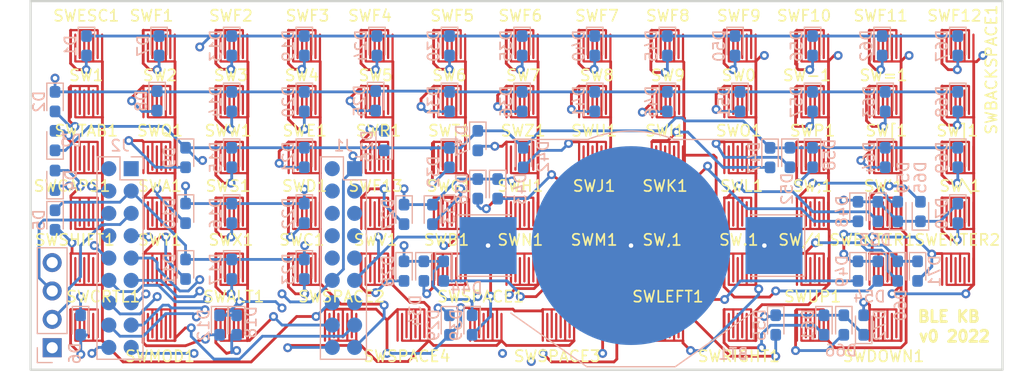
<source format=kicad_pcb>
(kicad_pcb (version 20211014) (generator pcbnew)
  (layers (0 "F.Cu" signal) (1 "In1.Cu" signal) (2 "In2.Cu" signal) (31 "B.Cu" signal) (34 "B.Paste" user) (35 "F.Paste" user) (36 "B.SilkS" user "B.Silkscreen") (37 "F.SilkS" user "F.Silkscreen") (38 "B.Mask" user) (39 "F.Mask" user) (44 "Edge.Cuts" user))
  (net 0 "")
  (net 1 "Net-(SWENTER1-Pad2)")
  (net 2 "Net-(SWSPACE1-Pad2)")
  (net 3 "ROW0")
  (net 4 "Net-(SWESC1-Pad2)")
  (net 5 "ROW1")
  (net 6 "Net-(SW1-Pad2)")
  (net 7 "ROW2")
  (net 8 "Net-(SWTAB1-Pad2)")
  (net 9 "Net-(D10-Pad1)")
  (net 10 "Net-(SWCAPS1-Pad2)")
  (net 11 "ROW4")
  (net 12 "Net-(SWSHIFT1-Pad2)")
  (net 13 "ROW5")
  (net 14 "Net-(SWCRTL1-Pad2)")
  (net 15 "Net-(SWF1-Pad2)")
  (net 16 "Net-(SW2-Pad2)")
  (net 17 "Net-(SWQ1-Pad2)")
  (net 18 "Net-(SWA1-Pad2)")
  (net 19 "Net-(SWY1-Pad2)")
  (net 20 "Net-(SWMOD1-Pad2)")
  (net 21 "Net-(SWF2-Pad2)")
  (net 22 "Net-(SW3-Pad2)")
  (net 23 "Net-(SWW1-Pad2)")
  (net 24 "Net-(SWS1-Pad2)")
  (net 25 "Net-(SWX1-Pad2)")
  (net 26 "Net-(SWALT1-Pad2)")
  (net 27 "Net-(SWF3-Pad2)")
  (net 28 "Net-(SW4-Pad2)")
  (net 29 "Net-(SWE1-Pad2)")
  (net 30 "Net-(SWD1-Pad2)")
  (net 31 "Net-(SWC1-Pad2)")
  (net 32 "Net-(SWF4-Pad2)")
  (net 33 "Net-(SW5-Pad2)")
  (net 34 "Net-(SWR1-Pad2)")
  (net 35 "Net-(SWF13-Pad2)")
  (net 36 "Net-(SWV1-Pad2)")
  (net 37 "Net-(SWF5-Pad2)")
  (net 38 "Net-(SW6-Pad2)")
  (net 39 "Net-(SWT1-Pad2)")
  (net 40 "Net-(SWG1-Pad2)")
  (net 41 "Net-(SWB1-Pad2)")
  (net 42 "Net-(SWF6-Pad2)")
  (net 43 "Net-(SW7-Pad2)")
  (net 44 "Net-(SWZ1-Pad2)")
  (net 45 "Net-(SWH1-Pad2)")
  (net 46 "Net-(SWN1-Pad2)")
  (net 47 "Net-(SWF7-Pad2)")
  (net 48 "Net-(SW8-Pad2)")
  (net 49 "Net-(SWU1-Pad2)")
  (net 50 "Net-(SWJ1-Pad2)")
  (net 51 "Net-(SWM1-Pad2)")
  (net 52 "Net-(SWF8-Pad2)")
  (net 53 "Net-(SW9-Pad2)")
  (net 54 "Net-(SWI1-Pad2)")
  (net 55 "Net-(SWK1-Pad2)")
  (net 56 "Net-(SW,1-Pad2)")
  (net 57 "Net-(SWF9-Pad2)")
  (net 58 "Net-(SW0-Pad2)")
  (net 59 "Net-(SWO1-Pad2)")
  (net 60 "Net-(SWL1-Pad2)")
  (net 61 "Net-(SW.1-Pad2)")
  (net 62 "Net-(SWLEFT1-Pad2)")
  (net 63 "Net-(SWF10-Pad2)")
  (net 64 "Net-(SW-1-Pad2)")
  (net 65 "Net-(SWP1-Pad2)")
  (net 66 "Net-(SW;1-Pad2)")
  (net 67 "Net-(SW/1-Pad2)")
  (net 68 "Net-(SWRIGHT1-Pad2)")
  (net 69 "Net-(SWF11-Pad2)")
  (net 70 "Net-(SW=1-Pad2)")
  (net 71 "Net-(SW[1-Pad2)")
  (net 72 "Net-(SW'1-Pad2)")
  (net 73 "Net-(SWUP1-Pad2)")
  (net 74 "Net-(SWF12-Pad2)")
  (net 75 "Net-(SWBACKSPACE1-Pad2)")
  (net 76 "Net-(SW]1-Pad2)")
  (net 77 "Net-(SW\\1-Pad2)")
  (net 78 "Net-(SWDOWN1-Pad2)")
  (net 79 "COL11")
  (net 80 "COL8")
  (net 81 "COL10")
  (net 82 "COL9")
  (net 83 "COL0")
  (net 84 "COL1")
  (net 85 "COL2")
  (net 86 "COL3")
  (net 87 "COL4")
  (net 88 "COL5")
  (net 89 "COL6")
  (net 90 "COL7")
  (net 91 "COL12")
  (net 92 "GND")
  (net 97 "+3V0")
  (net 99 "ROW6")
  (net 100 "ROW3")
  (net 101 "SWD")
  (net 102 "SWCLK")
  (footprint "nokia:membrane_key" (layer "F.Cu") (at 78 70)
    (fp_text reference "SWESC1")
    (fp_text value "SW_Push")
  )
  (footprint "nokia:membrane_key" (layer "F.Cu") (at 78 90)
    (fp_text reference "SWSHIFT1")
    (fp_text value "SW_Push")
  )
  (footprint "nokia:membrane_key" (layer "F.Cu") (at 117 80)
    (fp_text reference "SWZ1")
    (fp_text value "SW_Push")
  )
  (footprint "nokia:membrane_key" (layer "F.Cu") (at 123.5 70)
    (fp_text reference "SWF7")
    (fp_text value "SW_Push")
  )
  (footprint "nokia:membrane_key" (layer "F.Cu") (at 120.25 95)
    (fp_text reference "SWSPACE3")
    (fp_text value "SW_Push")
  )
  (footprint "nokia:membrane_key" (layer "F.Cu") (at 130 80)
    (fp_text reference "SWI1")
    (fp_text value "SW_Push")
  )
  (footprint "nokia:membrane_key" (layer "F.Cu") (at 117 85)
    (fp_text reference "SWH1")
    (fp_text value "SW_Push")
  )
  (footprint "nokia:membrane_key" (layer "F.Cu") (at 136.5 80)
    (fp_text reference "SWO1")
    (fp_text value "SW_Push")
  )
  (footprint "nokia:membrane_key" (layer "F.Cu") (at 130.048 75)
    (fp_text reference "SW9")
    (fp_text value "SW_Push")
  )
  (footprint "nokia:membrane_key" (layer "F.Cu") (at 91 75)
    (fp_text reference "SW3")
    (fp_text value "SW_Push")
  )
  (footprint "nokia:membrane_key" (layer "F.Cu") (at 91 95)
    (fp_text reference "SWALT1")
    (fp_text value "SW_Push")
  )
  (footprint "nokia:membrane_key" (layer "F.Cu") (at 143 90)
    (fp_text reference "SW/1")
    (fp_text value "SW_Push")
  )
  (footprint "nokia:membrane_key" (layer "F.Cu") (at 84.5 90)
    (fp_text reference "SWY1")
    (fp_text value "SW_Push")
  )
  (footprint "nokia:membrane_key" (layer "F.Cu") (at 97.5 85)
    (fp_text reference "SWD1")
    (fp_text value "SW_Push")
  )
  (footprint "nokia:membrane_key" (layer "F.Cu") (at 78 80)
    (fp_text reference "SWTAB1")
    (fp_text value "SW_Push")
  )
  (footprint "nokia:membrane_key" (layer "F.Cu") (at 117 70)
    (fp_text reference "SWF6")
    (fp_text value "SW_Push")
  )
  (footprint "nokia:membrane_key" (layer "F.Cu") (at 123.5 85)
    (fp_text reference "SWJ1")
    (fp_text value "SW_Push")
  )
  (footprint "nokia:membrane_key" (layer "F.Cu") (at 110.5 75)
    (fp_text reference "SW6")
    (fp_text value "SW_Push")
  )
  (footprint "nokia:membrane_key" (layer "F.Cu") (at 110.5 80)
    (fp_text reference "SWT1")
    (fp_text value "SW_Push")
  )
  (footprint "nokia:membrane_key" (layer "F.Cu") (at 130 85)
    (fp_text reference "SWK1")
    (fp_text value "SW_Push")
  )
  (footprint "nokia:membrane_key" (layer "F.Cu") (at 143 85)
    (fp_text reference "SW;1")
    (fp_text value "SW_Push")
  )
  (footprint "nokia:membrane_key" (layer "F.Cu") (at 143 80)
    (fp_text reference "SWP1")
    (fp_text value "SW_Push")
  )
  (footprint "nokia:membrane_key" (layer "F.Cu") (at 78 85)
    (fp_text reference "SWCAPS1")
    (fp_text value "SW_Push")
  )
  (footprint "nokia:membrane_key" (layer "F.Cu") (at 104 70)
    (fp_text reference "SWF4")
    (fp_text value "SW_Push")
  )
  (footprint "nokia:membrane_key" (layer "F.Cu") (at 107.25 95)
    (fp_text reference "SWSPACE4")
    (fp_text value "SW_Push")
  )
  (footprint "nokia:membrane_key" (layer "F.Cu") (at 136.5 95)
    (fp_text reference "SWRIGHT1")
    (fp_text value "SW_Push")
  )
  (footprint "nokia:membrane_key" (layer "F.Cu") (at 104 90)
    (fp_text reference "SWV1")
    (fp_text value "SW_Push")
  )
  (footprint "nokia:membrane_key" (layer "F.Cu") (at 78 75)
    (fp_text reference "SW1")
    (fp_text value "SW_Push")
  )
  (footprint "nokia:membrane_key" (layer "F.Cu") (at 110.5 85)
    (fp_text reference "SWG1")
    (fp_text value "SW_Push")
  )
  (footprint "nokia:membrane_key" (layer "F.Cu") (at 97.5 90)
    (fp_text reference "SWC1")
    (fp_text value "SW_Push")
  )
  (footprint "nokia:membrane_key" (layer "F.Cu") (at 156 80)
    (fp_text reference "SW]1")
    (fp_text value "SW_Push")
  )
  (footprint "nokia:membrane_key" (layer "F.Cu") (at 113.75 95)
    (fp_text reference "SWSPACE1")
    (fp_text value "SW_Push")
  )
  (footprint "nokia:membrane_key" (layer "F.Cu") (at 130 70)
    (fp_text reference "SWF8")
    (fp_text value "SW_Push")
  )
  (footprint "nokia:membrane_key" (layer "F.Cu") (at 91 85)
    (fp_text reference "SWS1")
    (fp_text value "SW_Push")
  )
  (footprint "nokia:membrane_key" (layer "F.Cu") (at 143 75)
    (fp_text reference "SW-1")
    (fp_text value "SW_Push")
  )
  (footprint "nokia:membrane_key" (layer "F.Cu") (at 149.5 90)
    (fp_text reference "SWENTER1")
    (fp_text value "SW_Push")
  )
  (footprint "nokia:membrane_key" (layer "F.Cu") (at 91 70)
    (fp_text reference "SWF2")
    (fp_text value "SW_Push")
  )
  (footprint "nokia:membrane_key" (layer "F.Cu") (at 149.5 75)
    (fp_text reference "SW=1")
    (fp_text value "SW_Push")
  )
  (footprint "nokia:membrane_key" (layer "F.Cu") (at 91 80)
    (fp_text reference "SWW1")
    (fp_text value "SW_Push")
  )
  (footprint "nokia:membrane_key" (layer "F.Cu") (at 149.5 95)
    (fp_text reference "SWDOWN1")
    (fp_text value "SW_Push")
  )
  (footprint "nokia:membrane_key" (layer "F.Cu") (at 156 70)
    (fp_text reference "SWF12")
    (fp_text value "F12")
  )
  (footprint "nokia:membrane_key" (layer "F.Cu") (at 84.5 85)
    (fp_text reference "SWA1")
    (fp_text value "SW_Push")
  )
  (footprint "nokia:membrane_key" (layer "F.Cu") (at 100.75 95)
    (fp_text reference "SWSPACE2")
    (fp_text value "SW_Push")
  )
  (footprint "nokia:membrane_key" (layer "F.Cu") (at 117 75)
    (fp_text reference "SW7")
    (fp_text value "SW_Push")
  )
  (footprint "nokia:membrane_key" (layer "F.Cu") (at 91 90)
    (fp_text reference "SWX1")
    (fp_text value "SW_Push")
  )
  (footprint "nokia:membrane_key" (layer "F.Cu") (at 143 70)
    (fp_text reference "SWF10")
    (fp_text value "SW_Push")
  )
  (footprint "nokia:membrane_key" (layer "F.Cu") (at 123.5 80)
    (fp_text reference "SWU1")
    (fp_text value "SW_Push")
  )
  (footprint "nokia:membrane_key" (layer "F.Cu") (at 84.5 95)
    (fp_text reference "SWMOD1")
    (fp_text value "SW_Push")
  )
  (footprint "nokia:membrane_key" (layer "F.Cu") (at 97.5 75)
    (fp_text reference "SW4")
    (fp_text value "SW_Push")
  )
  (footprint "nokia:membrane_key" (layer "F.Cu") (at 123.5 75)
    (fp_text reference "SW8")
    (fp_text value "SW_Push")
  )
  (footprint "nokia:membrane_key" (layer "F.Cu") (at 156 75)
    (fp_text reference "SWBACKSPACE1")
    (fp_text value "SW_Push")
  )
  (footprint "nokia:membrane_key" (layer "F.Cu") (at 130 90)
    (fp_text reference "SW,1")
    (fp_text value "SW_Push")
  )
  (footprint "nokia:membrane_key" (layer "F.Cu") (at 149.5 80)
    (fp_text reference "SW[1")
    (fp_text value "SW_Push")
  )
  (footprint "nokia:membrane_key" (layer "F.Cu") (at 84.5 75)
    (fp_text reference "SW2")
    (fp_text value "SW_Push")
  )
  (footprint "nokia:membrane_key" (layer "F.Cu") (at 97.5 70)
    (fp_text reference "SWF3")
    (fp_text value "SW_Push")
  )
  (footprint "nokia:membrane_key" (layer "F.Cu") (at 110.5 90)
    (fp_text reference "SWB1")
    (fp_text value "SW_Push")
  )
  (footprint "nokia:membrane_key" (layer "F.Cu") (at 104 80)
    (fp_text reference "SWR1")
    (fp_text value "SW_Push")
  )
  (footprint "nokia:membrane_key" (layer "F.Cu") (at 117 90)
    (fp_text reference "SWN1")
    (fp_text value "SW_Push")
  )
  (footprint "nokia:membrane_key" (layer "F.Cu") (at 136.5 85)
    (fp_text reference "SWL1")
    (fp_text value "SW_Push")
  )
  (footprint "nokia:membrane_key" (layer "F.Cu") (at 136.5 90)
    (fp_text reference "SW.1")
    (fp_text value "SW_Push")
  )
  (footprint "nokia:membrane_key" (layer "F.Cu") (at 149.5 85)
    (fp_text reference "SW'1")
    (fp_text value "SW_Push")
  )
  (footprint "nokia:membrane_key" (layer "F.Cu") (at 156 90)
    (fp_text reference "SWENTER2")
    (fp_text value "SW_Push")
  )
  (footprint "nokia:membrane_key" (layer "F.Cu") (at 84.5 80)
    (fp_text reference "SWQ1")
    (fp_text value "SW_Push")
  )
  (footprint "nokia:membrane_key" (layer "F.Cu") (at 84.5 70)
    (fp_text reference "SWF1")
    (fp_text value "SW_Push")
  )
  (footprint "nokia:membrane_key" (layer "F.Cu") (at 104 75)
    (fp_text reference "SW5")
    (fp_text value "SW_Push")
  )
  (footprint "nokia:membrane_key" (layer "F.Cu") (at 149.5 70)
    (fp_text reference "SWF11")
    (fp_text value "SW_Push")
  )
  (footprint "nokia:membrane_key" (layer "F.Cu") (at 110.5 70)
    (fp_text reference "SWF5")
    (fp_text value "SW_Push")
  )
  (footprint "nokia:membrane_key" (layer "F.Cu") (at 130 95)
    (fp_text reference "SWLEFT1")
    (fp_text value "SW_Push")
  )
  (footprint "nokia:membrane_key" (layer "F.Cu") (at 123.5 90)
    (fp_text reference "SWM1")
    (fp_text value "SW_Push")
  )
  (footprint "nokia:membrane_key" (layer "F.Cu") (at 104 85)
    (fp_text reference "SWF13")
    (fp_text value "SW_Push")
  )
  (footprint "nokia:membrane_key" (layer "F.Cu") (at 78 95)
    (fp_text reference "SWCRTL1")
    (fp_text value "SW_Push")
  )
  (footprint "nokia:membrane_key" (layer "F.Cu") (at 136.5 70)
    (fp_text reference "SWF9")
    (fp_text value "SW_Push")
  )
  (footprint "nokia:membrane_key" (layer "F.Cu") (at 97.5 80)
    (fp_text reference "SWE1")
    (fp_text value "SW_Push")
  )
  (footprint "nokia:membrane_key" (layer "F.Cu") (at 143 95)
    (fp_text reference "SWUP1")
    (fp_text value "SW_Push")
  )
  (footprint "nokia:membrane_key" (layer "F.Cu") (at 136.5 75)
    (fp_text reference "SW0")
    (fp_text value "SW_Push")
  )
  (footprint "nokia:membrane_key" (layer "F.Cu") (at 156 85)
    (fp_text reference "SW\\1")
    (fp_text value "SW_Push")
  )
  (footprint "Diode_SMD:D_0603_1608Metric_Pad1.05x0.95mm_HandSolder" (layer "B.Cu") (at 86.868 85 -90)
    (fp_text reference "D10")
    (fp_text value "D_Small")
  )
  (footprint "Diode_SMD:D_0603_1608Metric_Pad1.05x0.95mm_HandSolder" (layer "B.Cu") (at 91 90 -90)
    (fp_text reference "D17")
    (fp_text value "D_Small")
  )
  (footprint "Diode_SMD:D_0603_1608Metric_Pad1.05x0.95mm_HandSolder" (layer "B.Cu") (at 78 70 -90)
    (fp_text reference "D1")
    (fp_text value "D_Small")
  )
  (footprint "Diode_SMD:D_0603_1608Metric_Pad1.05x0.95mm_HandSolder" (layer "B.Cu") (at 97.5 80 -90)
    (fp_text reference "D21")
    (fp_text value "D_Small")
  )
  (footprint "Diode_SMD:D_0603_1608Metric_Pad1.05x0.95mm_HandSolder" (layer "B.Cu") (at 114.808 82.804 -90)
    (fp_text reference "D43")
    (fp_text value "D_Small")
  )
  (footprint "Diode_SMD:D_0603_1608Metric_Pad1.05x0.95mm_HandSolder" (layer "B.Cu") (at 84.328 74.93 -90)
    (fp_text reference "D8")
    (fp_text value "D_Small")
  )
  (footprint "Diode_SMD:D_0603_1608Metric_Pad1.05x0.95mm_HandSolder" (layer "B.Cu") (at 97.5 90 -90)
    (fp_text reference "D23")
    (fp_text value "D_Small")
  )
  (footprint "Diode_SMD:D_0603_1608Metric_Pad1.05x0.95mm_HandSolder" (layer "B.Cu") (at 150.622 84.836 90)
    (fp_text reference "D59")
    (fp_text value "D_Small")
  )
  (footprint "Diode_SMD:D_0603_1608Metric_Pad1.05x0.95mm_HandSolder" (layer "B.Cu") (at 123.5 75 -90)
    (fp_text reference "D41")
    (fp_text value "D_Small")
  )
  (footprint "Diode_SMD:D_0603_1608Metric_Pad1.05x0.95mm_HandSolder" (layer "B.Cu") (at 84.5 70 -90)
    (fp_text reference "D7")
    (fp_text value "D_Small")
  )
  (footprint "Diode_SMD:D_0603_1608Metric_Pad1.05x0.95mm_HandSolder" (layer "B.Cu") (at 110.5 70 -90)
    (fp_text reference "D30")
    (fp_text value "D_Small")
  )
  (footprint "Diode_SMD:D_0603_1608Metric_Pad1.05x0.95mm_HandSolder" (layer "B.Cu") (at 140.97 80 -90)
    (fp_text reference "D52")
    (fp_text value "D_Small")
  )
  (footprint "Diode_SMD:D_0603_1608Metric_Pad1.05x0.95mm_HandSolder" (layer "B.Cu") (at 156 85 -90)
    (fp_text reference "D70")
    (fp_text value "D_Small")
  )
  (footprint "Diode_SMD:D_0603_1608Metric_Pad1.05x0.95mm_HandSolder" (layer "B.Cu") (at 149.23 70 -90)
    (fp_text reference "D62")
    (fp_text value "D_Small")
  )
  (footprint "Connector_PinHeader_2.00mm:PinHeader_2x09_P2.00mm_Vertical" (layer "B.Cu") (at 102 81 180)
    (fp_text reference "J1")
    (fp_text value "Conn_02x09_Odd_Even")
  )
  (footprint "Diode_SMD:D_0603_1608Metric_Pad1.05x0.95mm_HandSolder" (layer "B.Cu") (at 77.47 94.996 -90)
    (fp_text reference "D6")
    (fp_text value "D_Small")
  )
  (footprint "Diode_SMD:D_0603_1608Metric_Pad1.05x0.95mm_HandSolder" (layer "B.Cu") (at 112.522 94.996 -90)
    (fp_text reference "D39")
    (fp_text value "D_Small")
  )
  (footprint "Diode_SMD:D_0603_1608Metric_Pad1.05x0.95mm_HandSolder" (layer "B.Cu") (at 148.844 90.17 -90)
    (fp_text reference "D54")
    (fp_text value "D_Small")
  )
  (footprint "Diode_SMD:D_0603_1608Metric_Pad1.05x0.95mm_HandSolder" (layer "B.Cu") (at 113.03 82.804 -90)
    (fp_text reference "D38")
    (fp_text value "D_Small")
  )
  (footprint "Diode_SMD:D_0603_1608Metric_Pad1.05x0.95mm_HandSolder" (layer "B.Cu") (at 97.5 70 -90)
    (fp_text reference "D19")
    (fp_text value "D_Small")
  )
  (footprint "Connector_PinHeader_2.54mm:PinHeader_1x04_P2.54mm_Vertical" (layer "B.Cu") (at 74.93 97.028)
    (fp_text reference "JDEBUG1" hide)
    (fp_text value "Conn_01x04")
  )
  (footprint "Diode_SMD:D_0603_1608Metric_Pad1.05x0.95mm_HandSolder" (layer "B.Cu") (at 149.5 80 -90)
    (fp_text reference "D64")
    (fp_text value "D_Small")
  )
  (footprint "Diode_SMD:D_0603_1608Metric_Pad1.05x0.95mm_HandSolder" (layer "B.Cu") (at 130 75 -90)
    (fp_text reference "D46")
    (fp_text value "D_Small")
  )
  (footprint "Diode_SMD:D_0603_1608Metric_Pad1.05x0.95mm_HandSolder" (layer "B.Cu") (at 106.426 90.17 -90)
    (fp_text reference "D28")
    (fp_text value "D_Small")
  )
  (footprint "Diode_SMD:D_0603_1608Metric_Pad1.05x0.95mm_HandSolder" (layer "B.Cu") (at 104.648 78.486 90)
    (fp_text reference "D26")
    (fp_text value "D_Small")
  )
  (footprint "Diode_SMD:D_0603_1608Metric_Pad1.05x0.95mm_HandSolder" (layer "B.Cu") (at 136.5 75 -90)
    (fp_text reference "D51")
    (fp_text value "D_Small")
  )
  (footprint "Diode_SMD:D_0603_1608Metric_Pad1.05x0.95mm_HandSolder" (layer "B.Cu") (at 97.5 85 -90)
    (fp_text reference "D22")
    (fp_text value "D_Small")
  )
  (footprint "Diode_SMD:D_0603_1608Metric_Pad1.05x0.95mm_HandSolder" (layer "B.Cu") (at 97.5 75 -90)
    (fp_text reference "D20")
    (fp_text value "D_Small")
  )
  (footprint "Diode_SMD:D_0603_1608Metric_Pad1.05x0.95mm_HandSolder" (layer "B.Cu") (at 110.49 95 -90)
    (fp_text reference "D29")
    (fp_text value "D_Small")
  )
  (footprint "Diode_SMD:D_0603_1608Metric_Pad1.05x0.95mm_HandSolder" (layer "B.Cu") (at 110.49 80.01 -90)
    (fp_text reference "D32")
    (fp_text value "D_Small")
  )
  (footprint "Diode_SMD:D_0603_1608Metric_Pad1.05x0.95mm_HandSolder" (layer "B.Cu") (at 91 70 -90)
    (fp_text reference "D13")
    (fp_text value "D_Small")
  )
  (footprint "Diode_SMD:D_0603_1608Metric_Pad1.05x0.95mm_HandSolder" (layer "B.Cu") (at 86.868 90 -90)
    (fp_text reference "D11")
    (fp_text value "D_Small")
  )
  (footprint "Diode_SMD:D_0603_1608Metric_Pad1.05x0.95mm_HandSolder" (layer "B.Cu") (at 91 75 -90)
    (fp_text reference "D14")
    (fp_text value "D_Small")
  )
  (footprint "Diode_SMD:D_0603_1608Metric_Pad1.05x0.95mm_HandSolder" (layer "B.Cu") (at 136.06 70 -90)
    (fp_text reference "D50")
    (fp_text value "D_Small")
  )
  (footprint "Diode_SMD:D_0603_1608Metric_Pad1.05x0.95mm_HandSolder" (layer "B.Cu") (at 152.654 84.836 90)
    (fp_text reference "D65")
    (fp_text value "D_Small")
  )
  (footprint "Diode_SMD:D_0603_1608Metric_Pad1.05x0.95mm_HandSolder" (layer "B.Cu") (at 91 80 -90)
    (fp_text reference "D15")
    (fp_text value "D_Small")
  )
  (footprint "Diode_SMD:D_0603_1608Metric_Pad1.05x0.95mm_HandSolder" (layer "B.Cu") (at 147.066 90.17 -90)
    (fp_text reference "D49")
    (fp_text value "D_Small")
  )
  (footprint "Diode_SMD:D_0603_1608Metric_Pad1.05x0.95mm_HandSolder" (layer "B.Cu") (at 110.5 75 -90)
    (fp_text reference "D31")
    (fp_text value "D_Small")
  )
  (footprint "Diode_SMD:D_0603_1608Metric_Pad1.05x0.95mm_HandSolder" (layer "B.Cu") (at 139.192 80.01 -90)
    (fp_text reference "D47")
    (fp_text value "D_Small")
  )
  (footprint "Diode_SMD:D_0603_1608Metric_Pad1.05x0.95mm_HandSolder" (layer "B.Cu") (at 104 70 -90)
    (fp_text reference "D24")
    (fp_text value "D_Small")
  )
  (footprint "Diode_SMD:D_0603_1608Metric_Pad1.05x0.95mm_HandSolder" (layer "B.Cu") (at 156 70 -90)
    (fp_text reference "D67")
    (fp_text value "D_Small")
  )
  (footprint "Diode_SMD:D_0603_1608Metric_Pad1.05x0.95mm_HandSolder" (layer "B.Cu") (at 149.5 75 -90)
    (fp_text reference "D63")
    (fp_text value "D_Small")
  )
  (footprint "Diode_SMD:D_0603_1608Metric_Pad1.05x0.95mm_HandSolder" (layer "B.Cu") (at 108.204 90.17 -90)
    (fp_text reference "D34")
    (fp_text value "D_Small")
  )
  (footprint "Diode_SMD:D_0603_1608Metric_Pad1.05x0.95mm_HandSolder" (layer "B.Cu") (at 91 85 -90)
    (fp_text reference "D16")
    (fp_text value "D_Small")
  )
  (footprint "Diode_SMD:D_0603_1608Metric_Pad1.05x0.95mm_HandSolder" (layer "B.Cu") (at 109.982 90.17 -90)
    (fp_text reference "D44")
    (fp_text value "D_Small")
  )
  (footprint "Diode_SMD:D_0603_1608Metric_Pad1.05x0.95mm_HandSolder" (layer "B.Cu") (at 123.5 70 -90)
    (fp_text reference "D40")
    (fp_text value "D_Small")
  )
  (footprint "Diode_SMD:D_0603_1608Metric_Pad1.05x0.95mm_HandSolder" (layer "B.Cu") (at 144.018 94.996 -90)
    (fp_text reference "D61")
    (fp_text value "D_Small")
  )
  (footprint "Battery:BatteryHolder_Keystone_3002_1x2032" (layer "B.Cu") (at 126.746 87.884 180)
    (fp_text reference "BT1")
    (fp_text value "Battery_Cell")
  )
  (footprint "Diode_SMD:D_0603_1608Metric_Pad1.05x0.95mm_HandSolder" (layer "B.Cu") (at 103.886 74.93 -90)
    (fp_text reference "D25")
    (fp_text value "D_Small")
  )
  (footprint "Diode_SMD:D_0603_1608Metric_Pad1.05x0.95mm_HandSolder" (layer "B.Cu") (at 152.4 90.17 -90)
    (fp_text reference "D71")
    (fp_text value "D_Small")
  )
  (footprint "Diode_SMD:D_0603_1608Metric_Pad1.05x0.95mm_HandSolder" (layer "B.Cu") (at 106.426 85.09 -90)
    (fp_text reference "D27")
    (fp_text value "D_Small")
  )
  (footprint "Diode_SMD:D_0603_1608Metric_Pad1.05x0.95mm_HandSolder" (layer "B.Cu") (at 75.184 85.598 -90)
    (fp_text reference "D5")
    (fp_text value "D_Small")
  )
  (footprint "Diode_SMD:D_0603_1608Metric_Pad1.05x0.95mm_HandSolder" (layer "B.Cu") (at 117 75 -90)
    (fp_text reference "D36")
    (fp_text value "D_Small")
  )
  (footprint "Diode_SMD:D_0603_1608Metric_Pad1.05x0.95mm_HandSolder" (layer "B.Cu") (at 148.844 84.836 -90)
    (fp_text reference "D53")
    (fp_text value "D_Small")
  )
  (footprint "Diode_SMD:D_0603_1608Metric_Pad1.05x0.95mm_HandSolder" (layer "B.Cu") (at 145.796 94.996 -90)
    (fp_text reference "D66")
    (fp_text value "D_Small")
  )
  (footprint "Diode_SMD:D_0603_1608Metric_Pad1.05x0.95mm_HandSolder" (layer "B.Cu") (at 91.44 95 -90)
    (fp_text reference "D18")
    (fp_text value "D_Small")
  )
  (footprint "Diode_SMD:D_0603_1608Metric_Pad1.05x0.95mm_HandSolder" (layer "B.Cu") (at 147.066 84.836 -90)
    (fp_text reference "D48")
    (fp_text value "D_Small")
  )
  (footprint "Diode_SMD:D_0603_1608Metric_Pad1.05x0.95mm_HandSolder" (layer "B.Cu") (at 143 75 -90)
    (fp_text reference "D57")
    (fp_text value "D_Small")
  )
  (footprint "Diode_SMD:D_0603_1608Metric_Pad1.05x0.95mm_HandSolder" (layer "B.Cu") (at 75.184 78.486 90)
    (fp_text reference "D3")
    (fp_text value "D_Small")
  )
  (footprint "Diode_SMD:D_0603_1608Metric_Pad1.05x0.95mm_HandSolder" (layer "B.Cu") (at 143 70 -90)
    (fp_text reference "D56")
    (fp_text value "D_Small")
  )
  (footprint "Diode_SMD:D_0603_1608Metric_Pad1.05x0.95mm_HandSolder" (layer "B.Cu") (at 75.184 75 -90)
    (fp_text reference "D2")
    (fp_text value "D_Small")
  )
  (footprint "Connector_PinHeader_2.00mm:PinHeader_2x09_P2.00mm_Vertical" (layer "B.Cu") (at 82 81 180)
    (fp_text reference "J2")
    (fp_text value "Conn_02x09_Odd_Even")
  )
  (footprint "Diode_SMD:D_0603_1608Metric_Pad1.05x0.95mm_HandSolder" (layer "B.Cu") (at 117 70 -90)
    (fp_text reference "D35")
    (fp_text value "D_Small")
  )
  (footprint "Diode_SMD:D_0603_1608Metric_Pad1.05x0.95mm_HandSolder" (layer "B.Cu") (at 150.622 90.17 -90)
    (fp_text reference "D60")
    (fp_text value "D_Small")
  )
  (footprint "Diode_SMD:D_0603_1608Metric_Pad1.05x0.95mm_HandSolder" (layer "B.Cu") (at 117.094 80.01 -90)
    (fp_text reference "D42")
    (fp_text value "D_Small")
  )
  (footprint "Diode_SMD:D_0603_1608Metric_Pad1.05x0.95mm_HandSolder" (layer "B.Cu") (at 86.868 80 -90)
    (fp_text reference "D9")
    (fp_text value "D_Small")
  )
  (footprint "Diode_SMD:D_0603_1608Metric_Pad1.05x0.95mm_HandSolder" (layer "B.Cu") (at 130 70 -90)
    (fp_text reference "D45")
    (fp_text value "D_Small")
  )
  (footprint "Diode_SMD:D_0603_1608Metric_Pad1.05x0.95mm_HandSolder" (layer "B.Cu") (at 108.966 85.09 -90)
    (fp_text reference "D33")
    (fp_text value "D_Small")
  )
  (footprint "Diode_SMD:D_0603_1608Metric_Pad1.05x0.95mm_HandSolder" (layer "B.Cu") (at 113.03 78.486 -90)
    (fp_text reference "D37")
    (fp_text value "D_Small")
  )
  (footprint "Diode_SMD:D_0603_1608Metric_Pad1.05x0.95mm_HandSolder" (layer "B.Cu") (at 147.574 94.996 90)
    (fp_text reference "D72")
    (fp_text value "D_Small")
  )
  (footprint "Diode_SMD:D_0603_1608Metric_Pad1.05x0.95mm_HandSolder" (layer "B.Cu") (at 89.916 94.996 -90)
    (fp_text reference "D12")
    (fp_text value "D_Small")
  )
  (footprint "Diode_SMD:D_0603_1608Metric_Pad1.05x0.95mm_HandSolder" (layer "B.Cu") (at 156 75 -90)
    (fp_text reference "D68")
    (fp_text value "D_Small")
  )
  (footprint "Diode_SMD:D_0603_1608Metric_Pad1.05x0.95mm_HandSolder" (layer "B.Cu") (at 139.7 94.996 -90)
    (fp_text reference "D55")
    (fp_text value "D_Small")
  )
  (footprint "Diode_SMD:D_0603_1608Metric_Pad1.05x0.95mm_HandSolder" (layer "B.Cu") (at 75.184 82.042 90)
    (fp_text reference "D4")
    (fp_text value "D_Small")
  )
  (footprint "Diode_SMD:D_0603_1608Metric_Pad1.05x0.95mm_HandSolder" (layer "B.Cu") (at 143.002 80 -90)
    (fp_text reference "D58")
    (fp_text value "D_Small")
  )
  (footprint "Diode_SMD:D_0603_1608Metric_Pad1.05x0.95mm_HandSolder" (layer "B.Cu") (at 156 80 -90)
    (fp_text reference "D69")
    (fp_text value "D_Small")
  )
  (gr_rect (start 73 66) (end 160 99) (layer "Edge.Cuts") (width 0.2) (fill none))
  (gr_text "v0 2022" (at 155.702 96.012) (layer "F.SilkS") (effects (font (size 1 1) (thickness 0.25))))
  (gr_text "BLE KB" (at 155.194 94.234) (layer "F.SilkS") (effects (font (size 1 1) (thickness 0.25))))
  (segment (start 154.6 88.6) (end 153.716 88.6) (width 0.25) (layer "F.Cu") (net 1))
  (segment (start 148.336 88.364) (end 148.336 87.122) (width 0.25) (layer "F.Cu") (net 1))
  (segment (start 153.716 88.6) (end 153.67 88.646) (width 0.25) (layer "F.Cu") (net 1))
  (segment (start 148.1 88.6) (end 148.336 88.364) (width 0.25) (layer "F.Cu") (net 1))
  (via (at 153.67 88.646) (size 0.8) (drill 0.4) (layers "F.Cu" "B.Cu") (net 1))
  (via (at 148.336 87.122) (size 0.8) (drill 0.4) (layers "F.Cu" "B.Cu") (net 1))
  (segment (start 153.67 89.775) (end 153.67 88.646) (width 0.25) (layer "B.Cu") (net 1))
  (segment (start 148.336 87.122) (end 152.146 87.122) (width 0.25) (layer "B.Cu") (net 1))
  (segment (start 152.4 91.045) (end 153.67 89.775) (width 0.25) (layer "B.Cu") (net 1))
  (segment (start 152.4 91.045) (end 153.19952 90.24548) (width 0.25) (layer "B.Cu") (net 1))
  (segment (start 152.146 87.122) (end 153.67 88.646) (width 0.25) (layer "B.Cu") (net 1))
  (segment (start 118.717454 93.732546) (end 116.329944 93.732546) (width 0.25) (layer "F.Cu") (net 2))
  (segment (start 104.902 94.548) (end 105.85 93.6) (width 0.25) (layer "F.Cu") (net 2))
  (segment (start 112.37452 93.57548) (end 112.35 93.6) (width 0.25) (layer "F.Cu") (net 2))
  (segment (start 118.85 93.6) (end 118.717454 93.732546) (width 0.25) (layer "F.Cu") (net 2))
  (segment (start 111.506 93.4345) (end 112.1845 93.4345) (width 0.25) (layer "F.Cu") (net 2))
  (segment (start 112.1845 93.4345) (end 112.35 93.6) (width 0.25) (layer "F.Cu") (net 2))
  (segment (start 99.37452 93.57548) (end 99.35 93.6) (width 0.25) (layer "F.Cu") (net 2))
  (segment (start 104.902 97.536) (end 104.902 94.548) (width 0.25) (layer "F.Cu") (net 2))
  (segment (start 104.902 94.548) (end 103.92948 93.57548) (width 0.25) (layer "F.Cu") (net 2))
  (segment (start 103.92948 93.57548) (end 99.37452 93.57548) (width 0.25) (layer "F.Cu") (net 2))
  (segment (start 116.172878 93.57548) (end 112.37452 93.57548) (width 0.25) (layer "F.Cu") (net 2))
  (segment (start 116.329944 93.732546) (end 116.172878 93.57548) (width 0.25) (layer "F.Cu") (net 2))
  (via (at 111.506 93.4345) (size 0.8) (drill 0.4) (layers "F.Cu" "B.Cu") (net 2))
  (via (at 104.902 97.536) (size 0.8) (drill 0.4) (layers "F.Cu" "B.Cu") (net 2))
  (segment (start 110.49 95.875) (end 111.506 94.859) (width 0.25) (layer "B.Cu") (net 2))
  (segment (start 104.902 97.536) (end 108.829 97.536) (width 0.25) (layer "B.Cu") (net 2))
  (segment (start 108.829 97.536) (end 110.49 95.875) (width 0.25) (layer "B.Cu") (net 2))
  (segment (start 111.506 94.859) (end 111.506 93.4345) (width 0.25) (layer "B.Cu") (net 2))
  (via (at 88.138 90.932) (size 0.8) (drill 0.4) (layers "F.Cu" "B.Cu") (net 3))
  (via (at 88.138 70.104) (size 0.8) (drill 0.4) (layers "F.Cu" "B.Cu") (net 3))
  (segment (start 84.328 89.408) (end 84.328 89.916) (width 0.25) (layer "B.Cu") (net 3))
  (segment (start 91 69.125) (end 97.5 69.125) (width 0.25) (layer "B.Cu") (net 3))
  (segment (start 117 69.125) (end 123.5 69.125) (width 0.25) (layer "B.Cu") (net 3))
  (segment (start 123.5 69.125) (end 130 69.125) (width 0.25) (layer "B.Cu") (net 3))
  (segment (start 149.23 69.125) (end 156 69.125) (width 0.25) (layer "B.Cu") (net 3))
  (segment (start 91 69.125) (end 89.117 69.125) (width 0.25) (layer "B.Cu") (net 3))
  (segment (start 89.117 69.125) (end 88.138 70.104) (width 0.25) (layer "B.Cu") (net 3))
  (segment (start 97.5 69.125) (end 104 69.125) (width 0.25) (layer "B.Cu") (net 3))
  (segment (start 84.5 69.125) (end 91 69.125) (width 0.25) (layer "B.Cu") (net 3))
  (segment (start 82 89) (end 83.92 89) (width 0.25) (layer "B.Cu") (net 3))
  (segment (start 83.92 89) (end 84.328 89.408) (width 0.25) (layer "B.Cu") (net 3))
  (segment (start 78 69.125) (end 84.5 69.125) (width 0.25) (layer "B.Cu") (net 3))
  (segment (start 136.06 69.125) (end 143 69.125) (width 0.25) (layer "B.Cu") (net 3))
  (segment (start 110.5 69.125) (end 117 69.125) (width 0.25) (layer "B.Cu") (net 3))
  (segment (start 104 69.125) (end 110.5 69.125) (width 0.25) (layer "B.Cu") (net 3))
  (segment (start 130 69.125) (end 136.06 69.125) (width 0.25) (layer "B.Cu") (net 3))
  (segment (start 84.328 89.916) (end 86.36 91.948) (width 0.25) (layer "B.Cu") (net 3))
  (segment (start 87.122 91.948) (end 88.138 90.932) (width 0.25) (layer "B.Cu") (net 3))
  (segment (start 86.36 91.948) (end 87.122 91.948) (width 0.25) (layer "B.Cu") (net 3))
  (segment (start 143 69.125) (end 149.23 69.125) (width 0.25) (layer "B.Cu") (net 3))
  (segment (start 76.6 68.6) (end 76.57548 68.62452) (width 0.25) (layer "F.Cu") (net 4))
  (segment (start 76.57548 71.575841) (end 77.135639 72.136) (width 0.25) (layer "F.Cu") (net 4))
  (segment (start 76.57548 68.62452) (end 76.57548 71.575841) (width 0.25) (layer "F.Cu") (net 4))
  (segment (start 77.135639 72.136) (end 77.978 72.136) (width 0.25) (layer "F.Cu") (net 4))
  (via (at 77.978 72.136) (size 0.8) (drill 0.4) (layers "F.Cu" "B.Cu") (net 4))
  (segment (start 77.978 70.897) (end 78 70.875) (width 0.25) (layer "B.Cu") (net 4))
  (segment (start 77.978 72.136) (end 77.978 70.897) (width 0.25) (layer "B.Cu") (net 4))
  (via (at 75.184 72.898) (size 0.8) (drill 0.4) (layers "F.Cu" "B.Cu") (net 5))
  (via (at 78.70002 87.884) (size 0.8) (drill 0.4) (layers "F.Cu" "B.Cu") (net 5))
  (segment (start 143 74.125) (end 149.5 74.125) (width 0.25) (layer "B.Cu") (net 5))
  (segment (start 75.184 74.125) (end 75.184 72.898) (width 0.25) (layer "B.Cu") (net 5))
  (segment (start 84.328 74.055) (end 84.398 74.125) (width 0.25) (layer "B.Cu") (net 5))
  (segment (start 91 74.125) (end 97.5 74.125) (width 0.25) (layer "B.Cu") (net 5))
  (segment (start 103.816 74.125) (end 103.886 74.055) (width 0.25) (layer "B.Cu") (net 5))
  (segment (start 84.398 74.125) (end 91 74.125) (width 0.25) (layer "B.Cu") (net 5))
  (segment (start 117 74.125) (end 123.5 74.125) (width 0.25) (layer "B.Cu") (net 5))
  (segment (start 79.81602 89) (end 78.70002 87.884) (width 0.25) (layer "B.Cu") (net 5))
  (segment (start 84.328 74.055) (end 84.258 74.125) (width 0.25) (layer "B.Cu") (net 5))
  (segment (start 97.5 74.125) (end 103.816 74.125) (width 0.25) (layer "B.Cu") (net 5))
  (segment (start 149.5 74.125) (end 156 74.125) (width 0.25) (layer "B.Cu") (net 5))
  (segment (start 110.43 74.055) (end 110.5 74.125) (width 0.25) (layer "B.Cu") (net 5))
  (segment (start 110.5 74.125) (end 117 74.125) (width 0.25) (layer "B.Cu") (net 5))
  (segment (start 84.258 74.125) (end 75.184 74.125) (width 0.25) (layer "B.Cu") (net 5))
  (segment (start 103.886 74.055) (end 110.43 74.055) (width 0.25) (layer "B.Cu") (net 5))
  (segment (start 123.5 74.125) (end 130 74.125) (width 0.25) (layer "B.Cu") (net 5))
  (segment (start 130 74.125) (end 136.5 74.125) (width 0.25) (layer "B.Cu") (net 5))
  (segment (start 80 89) (end 79.81602 89) (width 0.25) (layer "B.Cu") (net 5))
  (segment (start 136.5 74.125) (end 143 74.125) (width 0.25) (layer "B.Cu") (net 5))
  (segment (start 76.6 73.6) (end 76.454 73.746) (width 0.25) (layer "F.Cu") (net 6))
  (segment (start 76.454 73.746) (end 76.454 76.708) (width 0.25) (layer "F.Cu") (net 6))
  (segment (start 76.454 76.708) (end 76.962 77.216) (width 0.25) (layer "F.Cu") (net 6))
  (via (at 76.962 77.216) (size 0.8) (drill 0.4) (layers "F.Cu" "B.Cu") (net 6))
  (segment (start 76.525 77.216) (end 76.962 77.216) (width 0.25) (layer "B.Cu") (net 6))
  (segment (start 75.184 75.875) (end 76.525 77.216) (width 0.25) (layer "B.Cu") (net 6))
  (via (at 83.559701 87.115701) (size 0.8) (drill 0.4) (layers "F.Cu" "B.Cu") (net 7))
  (via (at 88.392 80.264) (size 0.8) (drill 0.4) (layers "F.Cu" "B.Cu") (net 7))
  (segment (start 108.853 79.248) (end 108.966 79.135) (width 0.25) (layer "B.Cu") (net 7))
  (segment (start 139.192 79.135) (end 140.96 79.135) (width 0.25) (layer "B.Cu") (net 7))
  (segment (start 78.249738 77.216) (end 84.959 77.216) (width 0.25) (layer "B.Cu") (net 7))
  (segment (start 83.444 87) (end 83.559701 87.115701) (width 0.25) (layer "B.Cu") (net 7))
  (segment (start 86.868 79.125) (end 91 79.125) (width 0.25) (layer "B.Cu") (net 7))
  (segment (start 131.58852 76.72452) (end 136.78152 76.72452) (width 0.25) (layer "B.Cu") (net 7))
  (segment (start 140.96 79.135) (end 140.97 79.125) (width 0.25) (layer "B.Cu") (net 7))
  (segment (start 143.002 79.125) (end 149.5 79.125) (width 0.25) (layer "B.Cu") (net 7))
  (segment (start 104.412 79.125) (end 104.648 79.361) (width 0.25) (layer "B.Cu") (net 7))
  (segment (start 75.184 79.361) (end 76.104738 79.361) (width 0.25) (layer "B.Cu") (net 7))
  (segment (start 149.5 79.125) (end 156 79.125) (width 0.25) (layer "B.Cu") (net 7))
  (segment (start 136.78152 76.72452) (end 139.192 79.135) (width 0.25) (layer "B.Cu") (net 7))
  (segment (start 140.97 79.125) (end 143.002 79.125) (width 0.25) (layer "B.Cu") (net 7))
  (segment (start 84.959 77.216) (end 86.868 79.125) (width 0.25) (layer "B.Cu") (net 7))
  (segment (start 104.648 79.361) (end 104.874 79.135) (width 0.25) (layer "B.Cu") (net 7))
  (segment (start 88.392 80.264) (end 88.007 80.264) (width 0.25) (layer "B.Cu") (net 7))
  (segment (start 110.49 79.135) (end 111.506 79.135) (width 0.25) (layer "B.Cu") (net 7))
  (segment (start 131.318 76.454) (end 131.58852 76.72452) (width 0.25) (layer "B.Cu") (net 7))
  (segment (start 88.007 80.264) (end 86.868 79.125) (width 0.25) (layer "B.Cu") (net 7))
  (segment (start 91 79.125) (end 97.5 79.125) (width 0.25) (layer "B.Cu") (net 7))
  (segment (start 82 87) (end 83.444 87) (width 0.25) (layer "B.Cu") (net 7))
  (segment (start 113.03 77.611) (end 115.57 77.611) (width 0.25) (layer "B.Cu") (net 7))
  (segment (start 129.583816 77.611) (end 130.740816 76.454) (width 0.25) (layer "B.Cu") (net 7))
  (segment (start 111.506 79.135) (end 113.03 77.611) (width 0.25) (layer "B.Cu") (net 7))
  (segment (start 115.57 77.611) (end 117.094 79.135) (width 0.25) (layer "B.Cu") (net 7))
  (segment (start 130.740816 76.454) (end 131.318 76.454) (width 0.25) (layer "B.Cu") (net 7))
  (segment (start 108.966 79.135) (end 110.49 79.135) (width 0.25) (layer "B.Cu") (net 7))
  (segment (start 118.618 77.611) (end 129.583816 77.611) (width 0.25) (layer "B.Cu") (net 7))
  (segment (start 76.104738 79.361) (end 78.249738 77.216) (width 0.25) (layer "B.Cu") (net 7))
  (segment (start 104.874 79.135) (end 110.49 79.135) (width 0.25) (layer "B.Cu") (net 7))
  (segment (start 117.094 79.135) (end 118.618 77.611) (width 0.25) (layer "B.Cu") (net 7))
  (segment (start 97.5 79.125) (end 104.412 79.125) (width 0.25) (layer "B.Cu") (net 7))
  (segment (start 76.6 78.6) (end 76.399169 78.399169) (width 0.25) (layer "F.Cu") (net 8))
  (segment (start 76.399169 78.399169) (end 76.399169 78.041969) (width 0.25) (layer "F.Cu") (net 8))
  (via (at 76.399169 78.041969) (size 0.8) (drill 0.4) (layers "F.Cu" "B.Cu") (net 8))
  (segment (start 75.9682 77.611) (end 76.399169 78.041969) (width 0.25) (layer "B.Cu") (net 8))
  (segment (start 75.184 77.611) (end 75.9682 77.611) (width 0.25) (layer "B.Cu") (net 8))
  (via (at 145.796 83.82) (size 0.8) (drill 0.4) (layers "F.Cu" "B.Cu") (net 9))
  (via (at 106.426 82.804) (size 0.8) (drill 0.4) (layers "F.Cu" "B.Cu") (net 9))
  (via (at 76.454 82.55) (size 0.8) (drill 0.4) (layers "F.Cu" "B.Cu") (net 9))
  (via (at 86.868 82.55) (size 0.8) (drill 0.4) (layers "F.Cu" "B.Cu") (net 9))
  (via (at 97.5 82.84) (size 0.8) (drill 0.4) (layers "F.Cu" "B.Cu") (net 9))
  (via (at 116.078 82.0995) (size 0.8) (drill 0.4) (layers "F.Cu" "B.Cu") (net 9))
  (segment (start 148.872 83.961) (end 150.622 85.711) (width 0.25) (layer "B.Cu") (net 9))
  (segment (start 113.03 81.929) (end 111.252 81.929) (width 0.25) (layer "B.Cu") (net 9))
  (segment (start 114.808 81.929) (end 115.9075 81.929) (width 0.25) (layer "B.Cu") (net 9))
  (segment (start 154.414 85.711) (end 156 84.125) (width 0.25) (layer "B.Cu") (net 9))
  (segment (start 106.426 84.215) (end 106.426 82.804) (width 0.25) (layer "B.Cu") (net 9))
  (segment (start 97.5 84.125) (end 97.5 82.84) (width 0.25) (layer "B.Cu") (net 9))
  (segment (start 113.03 81.929) (end 114.808 81.929) (width 0.25) (layer "B.Cu") (net 9))
  (segment (start 146.925 83.82) (end 147.066 83.961) (width 0.25) (layer "B.Cu") (net 9))
  (segment (start 75.551 82.55) (end 76.454 82.55) (width 0.25) (layer "B.Cu") (net 9))
  (segment (start 145.796 83.82) (end 146.925 83.82) (width 0.25) (layer "B.Cu") (net 9))
  (segment (start 75.184 82.917) (end 75.551 82.55) (width 0.25) (layer "B.Cu") (net 9))
  (segment (start 108.966 84.215) (end 106.426 84.215) (width 0.25) (layer "B.Cu") (net 9))
  (segment (start 97.536 82.804) (end 97.5 82.84) (width 0.25) (layer "B.Cu") (net 9))
  (segment (start 111.252 81.929) (end 108.966 84.215) (width 0.25) (layer "B.Cu") (net 9))
  (segment (start 150.622 85.711) (end 152.654 85.711) (width 0.25) (layer "B.Cu") (net 9))
  (segment (start 148.844 83.961) (end 148.872 83.961) (width 0.25) (layer "B.Cu") (net 9))
  (segment (start 91 84.125) (end 97.5 84.125) (width 0.25) (layer "B.Cu") (net 9))
  (segment (start 86.868 84.125) (end 91 84.125) (width 0.25) (layer "B.Cu") (net 9))
  (segment (start 86.868 82.55) (end 86.868 84.125) (width 0.25) (layer "B.Cu") (net 9))
  (segment (start 147.066 83.961) (end 148.844 83.961) (width 0.25) (layer "B.Cu") (net 9))
  (segment (start 115.9075 81.929) (end 116.078 82.0995) (width 0.25) (layer "B.Cu") (net 9))
  (segment (start 152.654 85.711) (end 154.414 85.711) (width 0.25) (layer "B.Cu") (net 9))
  (segment (start 76.6 83.6) (end 76.6 83.435393) (width 0.25) (layer "F.Cu") (net 10))
  (segment (start 76.6 83.435393) (end 77.452976 82.582417) (width 0.25) (layer "F.Cu") (net 10))
  (via (at 77.452976 82.582417) (size 0.8) (drill 0.4) (layers "F.Cu" "B.Cu") (net 10))
  (segment (start 75.184 81.167) (end 76.3496 81.167) (width 0.25) (layer "B.Cu") (net 10))
  (segment (start 76.3496 81.167) (end 77.452976 82.270376) (width 0.25) (layer "B.Cu") (net 10))
  (segment (start 77.452976 82.270376) (end 77.452976 82.582417) (width 0.25) (layer "B.Cu") (net 10))
  (segment (start 145.796 88.646) (end 145.796 86.868) (width 0.25) (layer "F.Cu") (net 11))
  (via (at 113.03 92.456) (size 0.8) (drill 0.4) (layers "F.Cu" "B.Cu") (net 11))
  (via (at 145.796 88.646) (size 0.8) (drill 0.4) (layers "F.Cu" "B.Cu") (net 11))
  (via (at 97.536 87.884) (size 0.8) (drill 0.4) (layers "F.Cu" "B.Cu") (net 11))
  (via (at 106.426 87.884) (size 0.8) (drill 0.4) (layers "F.Cu" "B.Cu") (net 11))
  (via (at 145.796 86.868) (size 0.8) (drill 0.4) (layers "F.Cu" "B.Cu") (net 11))
  (segment (start 112.268 92.71) (end 112.522 92.964) (width 0.25) (layer "B.Cu") (net 11))
  (segment (start 109.00352 90.27348) (end 109.00352 91.47752) (width 0.25) (layer "B.Cu") (net 11))
  (segment (start 149.897489 88.392969) (end 150.093031 88.588511) (width 0.25) (layer "B.Cu") (net 11))
  (segment (start 80.999511 84.000489) (end 82 83) (width 0.25) (layer "B.Cu") (net 11))
  (segment (start 150.7544 89.295) (end 150.09303 88.63363) (width 0.25) (layer "B.Cu") (net 11))
  (segment (start 150.093031 88.588511) (end 150.093031 88.766031) (width 0.25) (layer "B.Cu") (net 11))
  (segment (start 147.066 89.295) (end 146.445 89.295) (width 0.25) (layer "B.Cu") (net 11))
  (segment (start 86.868 87.868) (end 82 83) (width 0.25) (layer "B.Cu") (net 11))
  (segment (start 112.522 92.964) (end 112.522 94.121) (width 0.25) (layer "B.Cu") (net 11))
  (segment (start 108.204 89.295) (end 109.982 89.295) (width 0.25) (layer "B.Cu") (net 11))
  (segment (start 97.5 89.125) (end 97.5 87.92) (width 0.25) (layer "B.Cu") (net 11))
  (segment (start 152.4 89.295) (end 150.7544 89.295) (width 0.25) (layer "B.Cu") (net 11))
  (segment (start 75.906511 84.000489) (end 80.999511 84.000489) (width 0.25) (layer "B.Cu") (net 11))
  (segment (start 150.09303 88.58851) (end 149.897489 88.392969) (width 0.25) (layer "B.Cu") (net 11))
  (segment (start 149.351021 87.846501) (end 149.897489 88.392969) (width 0.25) (layer "B.Cu") (net 11))
  (segment (start 112.522 92.964) (end 113.03 92.456) (width 0.25) (layer "B.Cu") (net 11))
  (segment (start 150.093031 88.766031) (end 150.622 89.295) (width 0.25) (layer "B.Cu") (net 11))
  (segment (start 75.184 84.723) (end 75.906511 84.000489) (width 0.25) (layer "B.Cu") (net 11))
  (segment (start 106.426 89.295) (end 108.204 89.295) (width 0.25) (layer "B.Cu") (net 11))
  (segment (start 147.0574 86.868) (end 148.035901 87.846501) (width 0.25) (layer "B.Cu") (net 11))
  (segment (start 150.09303 88.63363) (end 150.09303 88.58851) (width 0.25) (layer "B.Cu") (net 11))
  (segment (start 106.426 89.295) (end 106.426 87.884) (width 0.25) (layer "B.Cu") (net 11))
  (segment (start 148.035901 87.846501) (end 149.351021 87.846501) (width 0.25) (layer "B.Cu") (net 11))
  (segment (start 147.066 89.295) (end 148.844 89.295) (width 0.25) (layer "B.Cu") (net 11))
  (segment (start 97.5 87.92) (end 97.536 87.884) (width 0.25) (layer "B.Cu") (net 11))
  (segment (start 86.868 89.125) (end 91 89.125) (width 0.25) (layer "B.Cu") (net 11))
  (segment (start 109.00352 91.47752) (end 110.236 92.71) (width 0.25) (layer "B.Cu") (net 11))
  (segment (start 110.236 92.71) (end 112.268 92.71) (width 0.25) (layer "B.Cu") (net 11))
  (segment (start 145.796 86.868) (end 147.0574 86.868) (width 0.25) (layer "B.Cu") (net 11))
  (segment (start 91 89.125) (end 97.5 89.125) (width 0.25) (layer "B.Cu") (net 11))
  (segment (start 146.445 89.295) (end 145.796 88.646) (width 0.25) (layer "B.Cu") (net 11))
  (segment (start 86.868 89.125) (end 86.868 87.868) (width 0.25) (layer "B.Cu") (net 11))
  (segment (start 109.982 89.295) (end 109.00352 90.27348) (width 0.25) (layer "B.Cu") (net 11))
  (segment (start 76.708 88.492) (end 76.6 88.6) (width 0.25) (layer "F.Cu") (net 12))
  (segment (start 76.708 87.63) (end 76.708 88.492) (width 0.25) (layer "F.Cu") (net 12))
  (via (at 76.708 87.63) (size 0.8) (drill 0.4) (layers "F.Cu" "B.Cu") (net 12))
  (segment (start 75.184 86.473) (end 75.551 86.473) (width 0.25) (layer "B.Cu") (net 12))
  (segment (start 75.551 86.473) (end 76.708 87.63) (width 0.25) (layer "B.Cu") (net 12))
  (via (at 95.504 93.472) (size 0.8) (drill 0.4) (layers "F.Cu" "B.Cu") (net 13))
  (via (at 77.47 92.456) (size 0.8) (drill 0.4) (layers "F.Cu" "B.Cu") (net 13))
  (via (at 109.474 93.472) (size 0.8) (drill 0.4) (layers "F.Cu" "B.Cu") (net 13))
  (via (at 138.684 94.234) (size 0.8) (drill 0.4) (layers "F.Cu" "B.Cu") (net 13))
  (via (at 91.694 92.9005) (size 0.8) (drill 0.4) (layers "F.Cu" "B.Cu") (net 13))
  (via (at 78.452301 82.563587) (size 0.8) (drill 0.4) (layers "F.Cu" "B.Cu") (net 13))
  (segment (start 145.796 94.121) (end 144.018 94.121) (width 0.25) (layer "B.Cu") (net 13))
  (segment (start 91.436 94.121) (end 91.44 94.125) (width 0.25) (layer "B.Cu") (net 13))
  (segment (start 94.9325 92.9005) (end 95.504 93.472) (width 0.25) (layer "B.Cu") (net 13))
  (segment (start 145.824 94.121) (end 147.574 95.871) (width 0.25) (layer "B.Cu") (net 13))
  (segment (start 109.837 93.472) (end 110.49 94.125) (width 0.25) (layer "B.Cu") (net 13))
  (segment (start 89.916 94.121) (end 90.4735 94.121) (width 0.25) (layer "B.Cu") (net 13))
  (segment (start 77.47 94.121) (end 77.47 92.456) (width 0.25) (layer "B.Cu") (net 13))
  (segment (start 91.694 92.9005) (end 94.9325 92.9005) (width 0.25) (layer "B.Cu") (net 13))
  (segment (start 80 83) (end 78.888714 83) (width 0.25) (layer "B.Cu") (net 13))
  (segment (start 139.587 94.234) (end 139.7 94.121) (width 0.25) (layer "B.Cu") (net 13))
  (segment (start 78.888714 83) (end 78.452301 82.563587) (width 0.25) (layer "B.Cu") (net 13))
  (segment (start 144.018 94.121) (end 139.7 94.121) (width 0.25) (layer "B.Cu") (net 13))
  (segment (start 145.796 94.121) (end 145.824 94.121) (width 0.25) (layer "B.Cu") (net 13))
  (segment (start 90.4735 94.121) (end 91.694 92.9005) (width 0.25) (layer "B.Cu") (net 13))
  (segment (start 89.916 94.121) (end 91.436 94.121) (width 0.25) (layer "B.Cu") (net 13))
  (segment (start 138.684 94.234) (end 139.587 94.234) (width 0.25) (layer "B.Cu") (net 13))
  (segment (start 109.474 93.472) (end 109.837 93.472) (width 0.25) (layer "B.Cu") (net 13))
  (segment (start 76.57548 93.62452) (end 76.57548 96.708597) (width 0.25) (layer "F.Cu") (net 14))
  (segment (start 76.57548 96.708597) (end 77.49033 97.623447) (width 0.25) (layer "F.Cu") (net 14))
  (segment (start 76.6 93.6) (end 76.57548 93.62452) (width 0.25) (layer "F.Cu") (net 14))
  (via (at 77.49033 97.623447) (size 0.8) (drill 0.4) (layers "F.Cu" "B.Cu") (net 14))
  (segment (start 77.49033 96.38467) (end 77.49033 97.623447) (width 0.25) (layer "B.Cu") (net 14))
  (segment (start 78 95.875) (end 77.49033 96.38467) (width 0.25) (layer "B.Cu") (net 14))
  (segment (start 83.07548 71.575841) (end 83.07548 68.62452) (width 0.25) (layer "F.Cu") (net 15))
  (segment (start 84.328 72.136) (end 83.635639 72.136) (width 0.25) (layer "F.Cu") (net 15))
  (segment (start 83.635639 72.136) (end 83.07548 71.575841) (width 0.25) (layer "F.Cu") (net 15))
  (segment (start 83.07548 68.62452) (end 83.1 68.6) (width 0.25) (layer "F.Cu") (net 15))
  (via (at 84.328 72.136) (size 0.8) (drill 0.4) (layers "F.Cu" "B.Cu") (net 15))
  (segment (start 84.5 71.964) (end 84.328 72.136) (width 0.25) (layer "B.Cu") (net 15))
  (segment (start 84.5 70.875) (end 84.5 71.964) (width 0.25) (layer "B.Cu") (net 15))
  (segment (start 82.042 74.658) (end 83.1 73.6) (width 0.25) (layer "F.Cu") (net 16))
  (segment (start 82.042 74.93) (end 82.042 74.658) (width 0.25) (layer "F.Cu") (net 16))
  (via (at 82.042 74.93) (size 0.8) (drill 0.4) (layers "F.Cu" "B.Cu") (net 16))
  (segment (start 82.987 75.875) (end 84.258 75.875) (width 0.25) (layer "B.Cu") (net 16))
  (segment (start 82.042 74.93) (end 82.987 75.875) (width 0.25) (layer "B.Cu") (net 16))
  (segment (start 84.258 75.875) (end 84.328 75.805) (width 0.25) (layer "B.Cu") (net 16))
  (segment (start 81.788 78.486) (end 82.986 78.486) (width 0.25) (layer "F.Cu") (net 17))
  (segment (start 82.986 78.486) (end 83.1 78.6) (width 0.25) (layer "F.Cu") (net 17))
  (via (at 81.788 78.486) (size 0.8) (drill 0.4) (layers "F.Cu" "B.Cu") (net 17))
  (segment (start 86.868 80.875) (end 84.177 80.875) (width 0.25) (layer "B.Cu") (net 17))
  (segment (start 84.177 80.875) (end 81.788 78.486) (width 0.25) (layer "B.Cu") (net 17))
  (segment (start 83.896 82.804) (end 83.1 83.6) (width 0.25) (layer "F.Cu") (net 18))
  (segment (start 84.328 82.804) (end 83.896 82.804) (width 0.25) (layer "F.Cu") (net 18))
  (via (at 84.328 82.804) (size 0.8) (drill 0.4) (layers "F.Cu" "B.Cu") (net 18))
  (segment (start 86.868 85.875) (end 84.328 83.335) (width 0.25) (layer "B.Cu") (net 18))
  (segment (start 84.328 83.335) (end 84.328 82.804) (width 0.25) (layer "B.Cu") (net 18))
  (segment (start 84.578 87.122) (end 83.1 88.6) (width 0.25) (layer "F.Cu") (net 19))
  (segment (start 85.09 87.122) (end 84.578 87.122) (width 0.25) (layer "F.Cu") (net 19))
  (via (at 85.09 87.122) (size 0.8) (drill 0.4) (layers "F.Cu" "B.Cu") (net 19))
  (segment (start 85.09 89.097) (end 85.09 87.122) (width 0.25) (layer "B.Cu") (net 19))
  (segment (start 86.868 90.875) (end 85.09 89.097) (width 0.25) (layer "B.Cu") (net 19))
  (segment (start 86.868 96.84952) (end 88.392 96.266) (width 0.25) (layer "F.Cu") (net 20))
  (segment (start 88.392 96.266) (end 88.646 96.266) (width 0.25) (layer "F.Cu") (net 20))
  (segment (start 83.349159 96.84952) (end 86.868 96.84952) (width 0.25) (layer "F.Cu") (net 20))
  (segment (start 83.1 93.6) (end 83.07548 93.62452) (width 0.25) (layer "F.Cu") (net 20))
  (segment (start 83.07548 93.62452) (end 83.07548 96.575841) (width 0.25) (layer "F.Cu") (net 20))
  (segment (start 83.07548 96.575841) (end 83.349159 96.84952) (width 0.25) (layer "F.Cu") (net 20))
  (via (at 88.646 96.266) (size 0.8) (drill 0.4) (layers "F.Cu" "B.Cu") (net 20))
  (segment (start 89.041 95.871) (end 88.646 96.266) (width 0.25) (layer "B.Cu") (net 20))
  (segment (start 89.916 95.871) (end 89.041 95.871) (width 0.25) (layer "B.Cu") (net 20))
  (segment (start 90.932 72.0995) (end 90.099139 72.0995) (width 0.25) (layer "F.Cu") (net 21))
  (segment (start 90.099139 72.0995) (end 89.57548 71.575841) (width 0.25) (layer "F.Cu") (net 21))
  (segment (start 89.57548 71.575841) (end 89.57548 68.62452) (width 0.25) (layer "F.Cu") (net 21))
  (segment (start 89.57548 68.62452) (end 89.6 68.6) (width 0.25) (layer "F.Cu") (net 21))
  (via (at 90.932 72.0995) (size 0.8) (drill 0.4) (layers "F.Cu" "B.Cu") (net 21))
  (segment (start 91 72.0315) (end 90.932 72.0995) (width 0.25) (layer "B.Cu") (net 21))
  (segment (start 91 70.875) (end 91 72.0315) (width 0.25) (layer "B.Cu") (net 21))
  (segment (start 89.57548 73.62452) (end 89.6 73.6) (width 0.25) (layer "F.Cu") (net 22))
  (segment (start 89.57548 76.575841) (end 89.57548 73.62452) (width 0.25) (layer "F.Cu") (net 22))
  (segment (start 90.932 77.47) (end 90.469639 77.47) (width 0.25) (layer "F.Cu") (net 22))
  (segment (start 90.469639 77.47) (end 89.57548 76.575841) (width 0.25) (layer "F.Cu") (net 22))
  (via (at 90.932 77.47) (size 0.8) (drill 0.4) (layers "F.Cu" "B.Cu") (net 22))
  (segment (start 91 77.402) (end 90.932 77.47) (width 0.25) (layer "B.Cu") (net 22))
  (segment (start 91 75.875) (end 91 77.402) (width 0.25) (layer "B.Cu") (net 22))
  (segment (start 89.57548 78.62452) (end 89.6 78.6) (width 0.25) (layer "F.Cu") (net 23))
  (segment (start 89.57548 81.575841) (end 89.57548 78.62452) (width 0.25) (layer "F.Cu") (net 23))
  (segment (start 90.295639 82.296) (end 89.57548 81.575841) (width 0.25) (layer "F.Cu") (net 23))
  (segment (start 90.932 82.296) (end 90.295639 82.296) (width 0.25) (layer "F.Cu") (net 23))
  (via (at 90.932 82.296) (size 0.8) (drill 0.4) (layers "F.Cu" "B.Cu") (net 23))
  (segment (start 91 82.228) (end 90.932 82.296) (width 0.25) (layer "B.Cu") (net 23))
  (segment (start 91 80.875) (end 91 82.228) (width 0.25) (layer "B.Cu") (net 23))
  (segment (start 89.57548 86.575841) (end 89.57548 83.62452) (width 0.25) (layer "F.Cu") (net 24))
  (segment (start 89.57548 83.62452) (end 89.6 83.6) (width 0.25) (layer "F.Cu") (net 24))
  (segment (start 90.121639 87.122) (end 89.57548 86.575841) (width 0.25) (layer "F.Cu") (net 24))
  (segment (start 90.932 87.122) (end 90.121639 87.122) (width 0.25) (layer "F.Cu") (net 24))
  (via (at 90.932 87.122) (size 0.8) (drill 0.4) (layers "F.Cu" "B.Cu") (net 24))
  (segment (start 91 85.875) (end 91 87.054) (width 0.25) (layer "B.Cu") (net 24))
  (segment (start 91 87.054) (end 90.932 87.122) (width 0.25) (layer "B.Cu") (net 24))
  (segment (start 90.932 92.202) (end 90.201639 92.202) (width 0.25) (layer "F.Cu") (net 25))
  (segment (start 89.57548 91.575841) (end 89.57548 88.62452) (width 0.25) (layer "F.Cu") (net 25))
  (segment (start 90.201639 92.202) (end 89.57548 91.575841) (width 0.25) (layer "F.Cu") (net 25))
  (segment (start 89.57548 88.62452) (end 89.6 88.6) (width 0.25) (layer "F.Cu") (net 25))
  (via (at 90.932 92.202) (size 0.8) (drill 0.4) (layers "F.Cu" "B.Cu") (net 25))
  (segment (start 91 92.134) (end 90.932 92.202) (width 0.25) (layer "B.Cu") (net 25))
  (segment (start 91 90.875) (end 91 92.134) (width 0.25) (layer "B.Cu") (net 25))
  (segment (start 91.44 97.282) (end 90.535639 97.536) (width 0.25) (layer "F.Cu") (net 26))
  (segment (start 89.57548 93.62452) (end 89.6 93.6) (width 0.25) (layer "F.Cu") (net 26))
  (segment (start 89.57548 96.575841) (end 89.57548 93.62452) (width 0.25) (layer "F.Cu") (net 26))
  (segment (start 90.535639 97.536) (end 89.57548 96.575841) (width 0.25) (layer "F.Cu") (net 26))
  (via (at 91.44 97.282) (size 0.8) (drill 0.4) (layers "F.Cu" "B.Cu") (net 26))
  (segment (start 91.44 97.282) (end 91 97.468) (width 0.25) (layer "B.Cu") (net 26))
  (segment (start 91 97.468) (end 91 95.875) (width 0.25) (layer "B.Cu") (net 26))
  (segment (start 96.599139 72.0995) (end 96.07548 71.575841) (width 0.25) (layer "F.Cu") (net 27))
  (segment (start 96.07548 68.62452) (end 96.1 68.6) (width 0.25) (layer "F.Cu") (net 27))
  (segment (start 97.282 72.0995) (end 96.599139 72.0995) (width 0.25) (layer "F.Cu") (net 27))
  (segment (start 96.07548 71.575841) (end 96.07548 68.62452) (width 0.25) (layer "F.Cu") (net 27))
  (via (at 97.282 72.0995) (size 0.8) (drill 0.4) (layers "F.Cu" "B.Cu") (net 27))
  (segment (start 97.5 71.8815) (end 97.282 72.0995) (width 0.25) (layer "B.Cu") (net 27))
  (segment (start 97.5 70.875) (end 97.5 71.8815) (width 0.25) (layer "B.Cu") (net 27))
  (segment (start 96.07548 76.575841) (end 96.07548 73.62452) (width 0.25) (layer "F.Cu") (net 28))
  (segment (start 97.536 77.47) (end 96.969639 77.47) (width 0.25) (layer "F.Cu") (net 28))
  (segment (start 96.07548 73.62452) (end 96.1 73.6) (width 0.25) (layer "F.Cu") (net 28))
  (segment (start 96.969639 77.47) (end 96.07548 76.575841) (width 0.25) (layer "F.Cu") (net 28))
  (via (at 97.536 77.47) (size 0.8) (drill 0.4) (layers "F.Cu" "B.Cu") (net 28))
  (segment (start 97.5 77.434) (end 97.536 77.47) (width 0.25) (layer "B.Cu") (net 28))
  (segment (start 97.5 75.875) (end 97.5 77.434) (width 0.25) (layer "B.Cu") (net 28))
  (segment (start 95.25 80.518) (end 95.25 79.45) (width 0.25) (layer "F.Cu") (net 29))
  (segment (start 95.25 79.45) (end 96.1 78.6) (width 0.25) (layer "F.Cu") (net 29))
  (via (at 95.25 80.518) (size 0.8) (drill 0.4) (layers "F.Cu" "B.Cu") (net 29))
  (segment (start 95.607 80.875) (end 95.25 80.518) (width 0.25) (layer "B.Cu") (net 29))
  (segment (start 97.5 80.875) (end 95.607 80.875) (width 0.25) (layer "B.Cu") (net 29))
  (segment (start 96.07548 83.62452) (end 96.1 83.6) (width 0.25) (layer "F.Cu") (net 30))
  (segment (start 96.266 87.122) (end 96.07548 86.93148) (width 0.25) (layer "F.Cu") (net 30))
  (segment (start 96.07548 86.93148) (end 96.07548 83.62452) (width 0.25) (layer "F.Cu") (net 30))
  (via (at 96.266 87.122) (size 0.8) (drill 0.4) (layers "F.Cu" "B.Cu") (net 30))
  (segment (start 97.5 85.875) (end 97.5 85.888) (width 0.25) (layer "B.Cu") (net 30))
  (segment (start 97.5 85.888) (end 96.266 87.122) (width 0.25) (layer "B.Cu") (net 30))
  (segment (start 96.701639 92.202) (end 96.07548 91.575841) (width 0.25) (layer "F.Cu") (net 31))
  (segment (start 96.07548 88.62452) (end 96.1 88.6) (width 0.25) (layer "F.Cu") (net 31))
  (segment (start 96.07548 91.575841) (end 96.07548 88.62452) (width 0.25) (layer "F.Cu") (net 31))
  (segment (start 97.536 92.202) (end 96.701639 92.202) (width 0.25) (layer "F.Cu") (net 31))
  (via (at 97.536 92.202) (size 0.8) (drill 0.4) (layers "F.Cu" "B.Cu") (net 31))
  (segment (start 97.5 92.166) (end 97.536 92.202) (width 0.25) (layer "B.Cu") (net 31))
  (segment (start 97.5 90.875) (end 97.5 92.166) (width 0.25) (layer "B.Cu") (net 31))
  (segment (start 103.886 72.136) (end 103.135639 72.136) (width 0.25) (layer "F.Cu") (net 32))
  (segment (start 102.57548 68.62452) (end 102.6 68.6) (width 0.25) (layer "F.Cu") (net 32))
  (segment (start 102.57548 71.575841) (end 102.57548 68.62452) (width 0.25) (layer "F.Cu") (net 32))
  (segment (start 103.135639 72.136) (end 102.57548 71.575841) (width 0.25) (layer "F.Cu") (net 32))
  (via (at 103.886 72.136) (size 0.8) (drill 0.4) (layers "F.Cu" "B.Cu") (net 32))
  (segment (start 104 72.022) (end 103.886 72.136) (width 0.25) (layer "B.Cu") (net 32))
  (segment (start 104 70.875) (end 104 72.022) (width 0.25) (layer "B.Cu") (net 32))
  (segment (start 101.6 74.93) (end 101.6 74.676) (width 0.25) (layer "F.Cu") (net 33))
  (segment (start 102.616 73.66) (end 102.616 73.616) (width 0.25) (layer "F.Cu") (net 33))
  (segment (start 101.6 74.676) (end 102.616 73.66) (width 0.25) (layer "F.Cu") (net 33))
  (segment (start 102.616 73.616) (end 102.6 73.6) (width 0.25) (layer "F.Cu") (net 33))
  (via (at 101.6 74.93) (size 0.8) (drill 0.4) (layers "F.Cu" "B.Cu") (net 33))
  (segment (start 101.6 75.184) (end 101.6 74.93) (width 0.25) (layer "B.Cu") (net 33))
  (segment (start 102.221 75.805) (end 101.854 75.438) (width 0.25) (layer "B.Cu") (net 33))
  (segment (start 101.854 75.438) (end 101.6 75.184) (width 0.25) (layer "B.Cu") (net 33))
  (segment (start 103.886 75.805) (end 102.221 75.805) (width 0.25) (layer "B.Cu") (net 33))
  (segment (start 103.378 77.47) (end 103.378 77.822) (width 0.25) (layer "F.Cu") (net 34))
  (segment (start 103.378 77.822) (end 102.6 78.6) (width 0.25) (layer "F.Cu") (net 34))
  (via (at 103.378 77.47) (size 0.8) (drill 0.4) (layers "F.Cu" "B.Cu") (net 34))
  (segment (start 104.648 77.611) (end 104.507 77.47) (width 0.25) (layer "B.Cu") (net 34))
  (segment (start 104.507 77.47) (end 103.378 77.47) (width 0.25) (layer "B.Cu") (net 34))
  (segment (start 104.648 82.804) (end 103.396 82.804) (width 0.25) (layer "F.Cu") (net 35))
  (segment (start 103.396 82.804) (end 102.6 83.6) (width 0.25) (layer "F.Cu") (net 35))
  (via (at 104.648 82.804) (size 0.8) (drill 0.4) (layers "F.Cu" "B.Cu") (net 35))
  (segment (start 104.648 84.187) (end 104.648 82.804) (width 0.25) (layer "B.Cu") (net 35))
  (segment (start 106.426 85.965) (end 104.648 84.187) (width 0.25) (layer "B.Cu") (net 35))
  (segment (start 102.57548 91.575841) (end 102.57548 88.62452) (width 0.25) (layer "F.Cu") (net 36))
  (segment (start 103.886 92.0995) (end 103.099139 92.0995) (width 0.25) (layer "F.Cu") (net 36))
  (segment (start 102.57548 88.62452) (end 102.6 88.6) (width 0.25) (layer "F.Cu") (net 36))
  (segment (start 103.099139 92.0995) (end 102.57548 91.575841) (width 0.25) (layer "F.Cu") (net 36))
  (via (at 103.886 92.0995) (size 0.8) (drill 0.4) (layers "F.Cu" "B.Cu") (net 36))
  (segment (start 103.886 92.0995) (end 104.9405 91.045) (width 0.25) (layer "B.Cu") (net 36))
  (segment (start 104.9405 91.045) (end 106.426 91.045) (width 0.25) (layer "B.Cu") (net 36))
  (segment (start 109.07548 71.575841) (end 109.07548 68.62452) (width 0.25) (layer "F.Cu") (net 37))
  (segment (start 110.49 72.0995) (end 109.599139 72.0995) (width 0.25) (layer "F.Cu") (net 37))
  (segment (start 109.599139 72.0995) (end 109.07548 71.575841) (width 0.25) (layer "F.Cu") (net 37))
  (segment (start 109.07548 68.62452) (end 109.1 68.6) (width 0.25) (layer "F.Cu") (net 37))
  (via (at 110.49 72.0995) (size 0.8) (drill 0.4) (layers "F.Cu" "B.Cu") (net 37))
  (segment (start 110.5 70.875) (end 110.5 72.0895) (width 0.25) (layer "B.Cu") (net 37))
  (segment (start 110.5 72.0895) (end 110.49 72.0995) (width 0.25) (layer "B.Cu") (net 37))
  (segment (start 107.95 74.75) (end 109.1 73.6) (width 0.25) (layer "F.Cu") (net 38))
  (segment (start 107.95 75.438) (end 107.95 74.75) (width 0.25) (layer "F.Cu") (net 38))
  (via (at 107.95 75.438) (size 0.8) (drill 0.4) (layers "F.Cu" "B.Cu") (net 38))
  (segment (start 108.387 75.875) (end 107.95 75.438) (width 0.25) (layer "B.Cu") (net 38))
  (segment (start 110.5 75.875) (end 108.387 75.875) (width 0.25) (layer "B.Cu") (net 38))
  (segment (start 108.966 82.296) (end 108.966 78.734) (width 0.25) (layer "F.Cu") (net 39))
  (segment (start 108.966 78.734) (end 109.1 78.6) (width 0.25) (layer "F.Cu") (net 39))
  (via (at 108.966 82.296) (size 0.8) (drill 0.4) (layers "F.Cu" "B.Cu") (net 39))
  (segment (start 110.49 80.885) (end 109.079 82.296) (width 0.25) (layer "B.Cu") (net 39))
  (segment (start 109.079 82.296) (end 108.966 82.296) (width 0.25) (layer "B.Cu") (net 39))
  (segment (start 111.506 83.312) (end 111.506 82.804) (width 0.25) (layer "F.Cu") (net 40))
  (segment (start 111.252 83.566) (end 111.506 83.312) (width 0.25) (layer "F.Cu") (net 40))
  (segment (start 109.1 83.6) (end 109.134 83.566) (width 0.25) (layer "F.Cu") (net 40))
  (segment (start 109.134 83.566) (end 111.252 83.566) (width 0.25) (layer "F.Cu") (net 40))
  (via (at 111.506 82.804) (size 0.8) (drill 0.4) (layers "F.Cu" "B.Cu") (net 40))
  (segment (start 108.966 85.965) (end 111.506 83.425) (width 0.25) (layer "B.Cu") (net 40))
  (segment (start 111.506 83.425) (end 111.506 82.804) (width 0.25) (layer "B.Cu") (net 40))
  (segment (start 108.966 88.734) (end 109.1 88.6) (width 0.25) (layer "F.Cu") (net 41))
  (segment (start 108.966 91.694) (end 108.966 88.734) (width 0.25) (layer "F.Cu") (net 41))
  (segment (start 108.458 92.202) (end 108.966 91.694) (width 0.25) (layer "F.Cu") (net 41))
  (via (at 108.458 92.202) (size 0.8) (drill 0.4) (layers "F.Cu" "B.Cu") (net 41))
  (segment (start 108.204 91.948) (end 108.458 92.202) (width 0.25) (layer "B.Cu") (net 41))
  (segment (start 108.204 91.045) (end 108.204 91.948) (width 0.25) (layer "B.Cu") (net 41))
  (segment (start 116.84 72.136) (end 116.135639 72.136) (width 0.25) (layer "F.Cu") (net 42))
  (segment (start 116.135639 72.136) (end 115.57548 71.575841) (width 0.25) (layer "F.Cu") (net 42))
  (segment (start 115.57548 68.62452) (end 115.6 68.6) (width 0.25) (layer "F.Cu") (net 42))
  (segment (start 115.57548 71.575841) (end 115.57548 68.62452) (width 0.25) (layer "F.Cu") (net 42))
  (via (at 116.84 72.136) (size 0.8) (drill 0.4) (layers "F.Cu" "B.Cu") (net 42))
  (segment (start 117 71.976) (end 116.84 72.136) (width 0.25) (layer "B.Cu") (net 42))
  (segment (start 117 70.875) (end 117 71.976) (width 0.25) (layer "B.Cu") (net 42))
  (segment (start 115.6 73.63) (end 115.6 73.6) (width 0.25) (layer "F.Cu") (net 43))
  (segment (start 114.808 74.422) (end 115.6 73.63) (width 0.25) (layer "F.Cu") (net 43))
  (segment (start 114.808 75.438) (end 114.808 74.422) (width 0.25) (layer "F.Cu") (net 43))
  (via (at 114.808 75.438) (size 0.8) (drill 0.4) (layers "F.Cu" "B.Cu") (net 43))
  (segment (start 117 75.875) (end 115.245 75.875) (width 0.25) (layer "B.Cu") (net 43))
  (segment (start 115.245 75.875) (end 114.808 75.438) (width 0.25) (layer "B.Cu") (net 43))
  (segment (start 115.206 78.994) (end 115.6 78.6) (width 0.25) (layer "F.Cu") (net 44))
  (segment (start 114.554 78.994) (end 115.206 78.994) (width 0.25) (layer "F.Cu") (net 44))
  (via (at 114.554 78.994) (size 0.8) (drill 0.4) (layers "F.Cu" "B.Cu") (net 44))
  (segment (start 113.397 78.994) (end 113.03 79.361) (width 0.25) (layer "B.Cu") (net 44))
  (segment (start 114.554 78.994) (end 113.397 78.994) (width 0.25) (layer "B.Cu") (net 44))
  (segment (start 115.6 83.6) (end 114.774 83.6) (width 0.25) (layer "F.Cu") (net 45))
  (segment (start 114.774 83.6) (end 113.792 84.582) (width 0.25) (layer "F.Cu") (net 45))
  (via (at 113.792 84.582) (size 0.8) (drill 0.4) (layers "F.Cu" "B.Cu") (net 45))
  (segment (start 113.03 83.679) (end 113.03 84.328) (width 0.25) (layer "B.Cu") (net 45))
  (segment (start 113.03 84.328) (end 113.284 84.582) (width 0.25) (layer "B.Cu") (net 45))
  (segment (start 113.284 84.582) (end 113.792 84.582) (width 0.25) (layer "B.Cu") (net 45))
  (segment (start 114.179487 90.020513) (end 114.179487 92.413745) (width 0.25) (layer "F.Cu") (net 46))
  (segment (start 115.6 88.6) (end 114.179487 90.020513) (width 0.25) (layer "F.Cu") (net 46))
  (via (at 114.179487 92.413745) (size 0.8) (drill 0.4) (layers "F.Cu" "B.Cu") (net 46))
  (segment (start 112.522 95.871) (end 114.179487 94.213513) (width 0.25) (layer "B.Cu") (net 46))
  (segment (start 114.179487 94.213513) (end 114.179487 92.413745) (width 0.25) (layer "B.Cu") (net 46))
  (segment (start 122.07548 71.575841) (end 122.07548 68.62452) (width 0.25) (layer "F.Cu") (net 47))
  (segment (start 123.444 72.0995) (end 122.599139 72.0995) (width 0.25) (layer "F.Cu") (net 47))
  (segment (start 122.599139 72.0995) (end 122.07548 71.575841) (width 0.25) (layer "F.Cu") (net 47))
  (segment (start 122.07548 68.62452) (end 122.1 68.6) (width 0.25) (layer "F.Cu") (net 47))
  (via (at 123.444 72.0995) (size 0.8) (drill 0.4) (layers "F.Cu" "B.Cu") (net 47))
  (segment (start 123.5 70.875) (end 123.5 72.0435) (width 0.25) (layer "B.Cu") (net 47))
  (segment (start 123.5 72.0435) (end 123.444 72.0995) (width 0.25) (layer "B.Cu") (net 47))
  (segment (start 121.412 75.692) (end 121.412 74.288) (width 0.25) (layer "F.Cu") (net 48))
  (segment (start 121.412 74.288) (end 122.1 73.6) (width 0.25) (layer "F.Cu") (net 48))
  (via (at 121.412 75.692) (size 0.8) (drill 0.4) (layers "F.Cu" "B.Cu") (net 48))
  (segment (start 121.595 75.875) (end 121.412 75.692) (width 0.25) (layer "B.Cu") (net 48))
  (segment (start 123.5 75.875) (end 121.595 75.875) (width 0.25) (layer "B.Cu") (net 48))
  (segment (start 122.1 78.6) (end 121.298 78.6) (width 0.25) (layer "F.Cu") (net 49))
  (segment (start 121.298 78.6) (end 121.158 78.74) (width 0.25) (layer "F.Cu") (net 49))
  (via (at 121.158 78.74) (size 0.8) (drill 0.4) (layers "F.Cu" "B.Cu") (net 49))
  (segment (start 117.094 80.885) (end 118.618 79.361) (width 0.25) (layer "B.Cu") (net 49))
  (segment (start 120.537 79.361) (end 121.158 78.74) (width 0.25) (layer "B.Cu") (net 49))
  (segment (start 118.618 79.361) (end 120.537 79.361) (width 0.25) (layer "B.Cu") (net 49))
  (segment (start 119.634 81.534) (end 121.05 82.55) (width 0.25) (layer "F.Cu") (net 50))
  (segment (start 121.05 82.55) (end 122.1 83.6) (width 0.25) (layer "F.Cu") (net 50))
  (via (at 119.634 81.534) (size 0.8) (drill 0.4) (layers "F.Cu" "B.Cu") (net 50))
  (segment (start 117.489 83.679) (end 119.634 81.534) (width 0.25) (layer "B.Cu") (net 50))
  (segment (start 114.808 83.679) (end 117.489 83.679) (width 0.25) (layer "B.Cu") (net 50))
  (segment (start 122.1 88.6) (end 118.244 92.456) (width 0.25) (layer "F.Cu") (net 51))
  (segment (start 118.244 92.456) (end 116.84 92.456) (width 0.25) (layer "F.Cu") (net 51))
  (via (at 116.84 92.456) (size 0.8) (drill 0.4) (layers "F.Cu" "B.Cu") (net 51))
  (segment (start 109.982 91.045) (end 115.646755 91.045) (width 0.25) (layer "B.Cu") (net 51))
  (segment (start 116.84 92.238245) (end 116.84 92.456) (width 0.25) (layer "B.Cu") (net 51))
  (segment (start 115.646755 91.045) (end 116.84 92.238245) (width 0.25) (layer "B.Cu") (net 51))
  (segment (start 128.524 72.136) (end 128.524 68.676) (width 0.25) (layer "F.Cu") (net 52))
  (segment (start 128.778 72.39) (end 128.524 72.136) (width 0.25) (layer "F.Cu") (net 52))
  (segment (start 129.794 72.39) (end 128.778 72.39) (width 0.25) (layer "F.Cu") (net 52))
  (segment (start 128.524 68.676) (end 128.6 68.6) (width 0.25) (layer "F.Cu") (net 52))
  (via (at 129.794 72.39) (size 0.8) (drill 0.4) (layers "F.Cu" "B.Cu") (net 52))
  (segment (start 130 70.875) (end 130 72.184) (width 0.25) (layer "B.Cu") (net 52))
  (segment (start 130 72.184) (end 129.794 72.39) (width 0.25) (layer "B.Cu") (net 52))
  (segment (start 127.762 75.946) (end 128.62348 75.08452) (width 0.25) (layer "F.Cu") (net 53))
  (via (at 127.762 75.946) (size 0.8) (drill 0.4) (layers "F.Cu" "B.Cu") (net 53))
  (segment (start 130 75.875) (end 127.833 75.875) (width 0.25) (layer "B.Cu") (net 53))
  (segment (start 127.833 75.875) (end 127.762 75.946) (width 0.25) (layer "B.Cu") (net 53))
  (segment (start 128.6 78.6) (end 128.714 78.486) (width 0.25) (layer "F.Cu") (net 54))
  (segment (start 130.048 78.486) (end 130.81 77.724) (width 0.25) (layer "F.Cu") (net 54))
  (segment (start 128.714 78.486) (end 130.048 78.486) (width 0.25) (layer "F.Cu") (net 54))
  (via (at 130.81 77.724) (size 0.8) (drill 0.4) (layers "F.Cu" "B.Cu") (net 54))
  (segment (start 134.987 80.885) (end 131.826 77.724) (width 0.25) (layer "B.Cu") (net 54))
  (segment (start 131.826 77.724) (end 130.81 77.724) (width 0.25) (layer "B.Cu") (net 54))
  (segment (start 139.192 80.885) (end 134.987 80.885) (width 0.25) (layer "B.Cu") (net 54))
  (segment (start 129.65 82.55) (end 131.826 82.55) (width 0.25) (layer "F.Cu") (net 55))
  (segment (start 129.65 82.55) (end 128.6 83.6) (width 0.25) (layer "F.Cu") (net 55))
  (segment (start 131.826 82.55) (end 133.604 80.772) (width 0.25) (layer "F.Cu") (net 55))
  (via (at 133.604 80.772) (size 0.8) (drill 0.4) (layers "F.Cu" "B.Cu") (net 55))
  (segment (start 143.115 85.711) (end 141.986 84.582) (width 0.25) (layer "B.Cu") (net 55))
  (segment (start 141.986 84.582) (end 137.16 84.582) (width 0.25) (layer "B.Cu") (net 55))
  (segment (start 137.16 84.582) (end 133.604 81.026) (width 0.25) (layer "B.Cu") (net 55))
  (segment (start 147.066 85.711) (end 143.115 85.711) (width 0.25) (layer "B.Cu") (net 55))
  (segment (start 133.604 81.026) (end 133.604 80.772) (width 0.25) (layer "B.Cu") (net 55))
  (segment (start 129.709639 92.71) (end 128.57548 91.575841) (width 0.25) (layer "F.Cu") (net 56))
  (segment (start 128.57548 91.575841) (end 128.57548 88.62452) (width 0.25) (layer "F.Cu") (net 56))
  (segment (start 135.128 92.71) (end 129.709639 92.71) (width 0.25) (layer "F.Cu") (net 56))
  (segment (start 128.57548 88.62452) (end 128.6 88.6) (width 0.25) (layer "F.Cu") (net 56))
  (via (at 135.128 92.71) (size 0.8) (drill 0.4) (layers "F.Cu" "B.Cu") (net 56))
  (segment (start 136.539 91.045) (end 147.066 91.045) (width 0.25) (layer "B.Cu") (net 56))
  (segment (start 135.128 92.71) (end 136.539 91.045) (width 0.25) (layer "B.Cu") (net 56))
  (segment (start 135.12 68.58) (end 135.1 68.6) (width 0.25) (layer "F.Cu") (net 57))
  (segment (start 135.635639 72.136) (end 135.07548 71.575841) (width 0.25) (layer "F.Cu") (net 57))
  (segment (start 135.07548 68.63252) (end 135.128 68.58) (width 0.25) (layer "F.Cu") (net 57))
  (segment (start 135.89 72.136) (end 135.635639 72.136) (width 0.25) (layer "F.Cu") (net 57))
  (segment (start 135.07548 71.575841) (end 135.07548 68.63252) (width 0.25) (layer "F.Cu") (net 57))
  (segment (start 135.128 68.58) (end 135.12 68.58) (width 0.25) (layer "F.Cu") (net 57))
  (via (at 135.89 72.136) (size 0.8) (drill 0.4) (layers "F.Cu" "B.Cu") (net 57))
  (segment (start 136.06 70.875) (end 136.06 71.966) (width 0.25) (layer "B.Cu") (net 57))
  (segment (start 136.06 71.966) (end 135.89 72.136) (width 0.25) (layer "B.Cu") (net 57))
  (segment (start 134.366 75.692) (end 134.366 74.334) (width 0.25) (layer "F.Cu") (net 58))
  (segment (start 134.366 74.334) (end 135.1 73.6) (width 0.25) (layer "F.Cu") (net 58))
  (via (at 134.366 75.692) (size 0.8) (drill 0.4) (layers "F.Cu" "B.Cu") (net 58))
  (segment (start 134.549 75.875) (end 134.366 75.692) (width 0.25) (layer "B.Cu") (net 58))
  (segment (start 136.5 75.875) (end 134.549 75.875) (width 0.25) (layer "B.Cu") (net 58))
  (segment (start 134.506 78.6) (end 135.1 78.6) (width 0.25) (layer "F.Cu") (net 59))
  (segment (start 134.366 78.74) (end 134.506 78.6) (width 0.25) (layer "F.Cu") (net 59))
  (via (at 134.366 78.74) (size 0.8) (drill 0.4) (layers "F.Cu" "B.Cu") (net 59))
  (segment (start 134.366 78.74) (end 135.10252 79.98452) (width 0.25) (layer "B.Cu") (net 59))
  (segment (start 135.10252 79.98452) (end 140.07952 79.98452) (width 0.25) (layer "B.Cu") (net 59))
  (segment (start 140.07952 79.98452) (end 140.97 80.875) (width 0.25) (layer "B.Cu") (net 59))
  (segment (start 136.398 82.55) (end 135.348 83.6) (width 0.25) (layer "F.Cu") (net 60))
  (segment (start 135.348 83.6) (end 135.1 83.6) (width 0.25) (layer "F.Cu") (net 60))
  (via (at 136.398 82.55) (size 0.8) (drill 0.4) (layers "F.Cu" "B.Cu") (net 60))
  (segment (start 148.844 85.711) (end 147.99448 84.86148) (width 0.25) (layer "B.Cu") (net 60))
  (segment (start 141.224 83.058) (end 136.906 83.058) (width 0.25) (layer "B.Cu") (net 60))
  (segment (start 147.99448 84.86148) (end 143.02748 84.86148) (width 0.25) (layer "B.Cu") (net 60))
  (segment (start 143.02748 84.86148) (end 141.224 83.058) (width 0.25) (layer "B.Cu") (net 60))
  (segment (start 136.906 83.058) (end 136.398 82.55) (width 0.25) (layer "B.Cu") (net 60))
  (segment (start 135.07548 88.62452) (end 135.07548 91.575841) (width 0.25) (layer "F.Cu") (net 61))
  (segment (start 135.07548 91.575841) (end 135.99365 92.494011) (width 0.25) (layer "F.Cu") (net 61))
  (segment (start 139.153989 92.494011) (end 139.7 91.948) (width 0.25) (layer "F.Cu") (net 61))
  (segment (start 135.1 88.6) (end 135.07548 88.62452) (width 0.25) (layer "F.Cu") (net 61))
  (segment (start 135.99365 92.494011) (end 139.153989 92.494011) (width 0.25) (layer "F.Cu") (net 61))
  (via (at 139.7 91.948) (size 0.8) (drill 0.4) (layers "F.Cu" "B.Cu") (net 61))
  (segment (start 148.844 91.045) (end 147.941 91.948) (width 0.25) (layer "B.Cu") (net 61))
  (segment (start 147.941 91.948) (end 139.7 91.948) (width 0.25) (layer "B.Cu") (net 61))
  (segment (start 128.62452 93.57548) (end 128.6 93.6) (width 0.25) (layer "F.Cu") (net 62))
  (segment (start 135.653921 97.79) (end 131.82452 93.960599) (width 0.25) (layer "F.Cu") (net 62))
  (segment (start 131.82452 93.960599) (end 131.82452 93.824159) (width 0.25) (layer "F.Cu") (net 62))
  (segment (start 131.575841 93.57548) (end 128.62452 93.57548) (width 0.25) (layer "F.Cu") (net 62))
  (segment (start 131.82452 93.824159) (end 131.575841 93.57548) (width 0.25) (layer "F.Cu") (net 62))
  (segment (start 139.7 97.79) (end 135.653921 97.79) (width 0.25) (layer "F.Cu") (net 62))
  (via (at 139.7 97.79) (size 0.8) (drill 0.4) (layers "F.Cu" "B.Cu") (net 62))
  (segment (start 139.7 97.79) (end 139.7 95.871) (width 0.25) (layer "B.Cu") (net 62))
  (segment (start 141.6 71.600361) (end 141.505639 71.600361) (width 0.25) (layer "F.Cu") (net 63))
  (segment (start 141.6 68.6) (end 141.478 68.722) (width 0.25) (layer "F.Cu") (net 63))
  (segment (start 142.748 72.136) (end 141.732 72.136) (width 0.25) (layer "F.Cu") (net 63))
  (segment (start 141.505639 71.600361) (end 141.478 71.628) (width 0.25) (layer "F.Cu") (net 63))
  (segment (start 141.478 68.722) (end 141.478 71.628) (width 0.25) (layer "F.Cu") (net 63))
  (segment (start 141.6 72.004) (end 141.6 71.600361) (width 0.25) (layer "F.Cu") (net 63))
  (segment (start 141.732 72.136) (end 141.6 72.004) (width 0.25) (layer "F.Cu") (net 63))
  (via (at 142.748 72.136) (size 0.8) (drill 0.4) (layers "F.Cu" "B.Cu") (net 63))
  (segment (start 143 71.8475) (end 143 70.875) (width 0.25) (layer "B.Cu") (net 63))
  (segment (start 142.748 72.136) (end 143 71.8475) (width 0.25) (layer "B.Cu") (net 63))
  (segment (start 142.748 77.216) (end 141.478 77.216) (width 0.25) (layer "F.Cu") (net 64))
  (segment (start 141.478 73.722) (end 141.6 73.6) (width 0.25) (layer "F.Cu") (net 64))
  (segment (start 141.478 77.216) (end 141.478 73.722) (width 0.25) (layer "F.Cu") (net 64))
  (via (at 142.748 77.216) (size 0.8) (drill 0.4) (layers "F.Cu" "B.Cu") (net 64))
  (segment (start 143 75.875) (end 143 76.964) (width 0.25) (layer "B.Cu") (net 64))
  (segment (start 143 76.964) (end 142.748 77.216) (width 0.25) (layer "B.Cu") (net 64))
  (segment (start 141.57548 82.13948) (end 141.732 82.296) (width 0.25) (layer "F.Cu") (net 65))
  (segment (start 141.6 78.6) (end 141.57548 78.62452) (width 0.25) (layer "F.Cu") (net 65))
  (segment (start 141.57548 78.62452) (end 141.57548 82.13948) (width 0.25) (layer "F.Cu") (net 65))
  (via (at 141.732 82.296) (size 0.8) (drill 0.4) (layers "F.Cu" "B.Cu") (net 65))
  (segment (start 143.002 81.026) (end 141.732 82.296) (width 0.25) (layer "B.Cu") (net 65))
  (segment (start 143.002 80.875) (end 143.002 81.026) (width 0.25) (layer "B.Cu") (net 65))
  (segment (start 141.6 83.6) (end 141.698 83.6) (width 0.25) (layer "F.Cu") (net 66))
  (segment (start 141.698 83.6) (end 143.002 82.296) (width 0.25) (layer "F.Cu") (net 66))
  (via (at 143.002 82.296) (size 0.8) (drill 0.4) (layers "F.Cu" "B.Cu") (net 66))
  (segment (start 149.64352 83.440704) (end 148.498816 82.296) (width 0.25) (layer "B.Cu") (net 66))
  (segment (start 142.748 82.296) (end 143.002 82.296) (width 0.25) (layer "B.Cu") (net 66))
  (segment (start 150.622 83.961) (end 150.001 83.961) (width 0.25) (layer "B.Cu") (net 66))
  (segment (start 148.498816 82.296) (end 143.002 82.296) (width 0.25) (layer "B.Cu") (net 66))
  (segment (start 149.64352 83.60352) (end 149.64352 83.440704) (width 0.25) (layer "B.Cu") (net 66))
  (segment (start 150.001 83.961) (end 149.64352 83.60352) (width 0.25) (layer "B.Cu") (net 66))
  (segment (start 141.62452 88.57548) (end 141.6 88.6) (width 0.25) (layer "F.Cu") (net 67))
  (segment (start 142.31052 88.57548) (end 141.62452 88.57548) (width 0.25) (layer "F.Cu") (net 67))
  (segment (start 143.256 87.63) (end 142.31052 88.57548) (width 0.25) (layer "F.Cu") (net 67))
  (via (at 143.256 87.63) (size 0.8) (drill 0.4) (layers "F.Cu" "B.Cu") (net 67))
  (segment (start 147.183696 87.63) (end 147.849708 88.296012) (width 0.25) (layer "B.Cu") (net 67))
  (segment (start 143.256 87.63) (end 147.183696 87.63) (width 0.25) (layer "B.Cu") (net 67))
  (segment (start 149.164827 88.296011) (end 149.64352 88.774704) (width 0.25) (layer "B.Cu") (net 67))
  (segment (start 149.64352 90.06652) (end 150.622 91.045) (width 0.25) (layer "B.Cu") (net 67))
  (segment (start 147.849708 88.296012) (end 149.164827 88.296011) (width 0.25) (layer "B.Cu") (net 67))
  (segment (start 149.64352 88.774704) (end 149.64352 90.06652) (width 0.25) (layer "B.Cu") (net 67))
  (segment (start 135.527639 97.028) (end 135.07548 96.575841) (width 0.25) (layer "F.Cu") (net 68))
  (segment (start 135.07548 93.62452) (end 135.1 93.6) (width 0.25) (layer "F.Cu") (net 68))
  (segment (start 135.07548 96.575841) (end 135.07548 93.62452) (width 0.25) (layer "F.Cu") (net 68))
  (segment (start 138.43 97.028) (end 135.527639 97.028) (width 0.25) (layer "F.Cu") (net 68))
  (via (at 138.43 97.028) (size 0.8) (drill 0.4) (layers "F.Cu" "B.Cu") (net 68))
  (segment (start 143.16848 95.02148) (end 139.229704 95.02148) (width 0.25) (layer "B.Cu") (net 68))
  (segment (start 139.229704 95.02148) (end 138.43 95.821184) (width 0.25) (layer "B.Cu") (net 68))
  (segment (start 138.43 95.821184) (end 138.43 97.028) (width 0.25) (layer "B.Cu") (net 68))
  (segment (start 144.018 95.871) (end 143.16848 95.02148) (width 0.25) (layer "B.Cu") (net 68))
  (segment (start 148.07548 68.62452) (end 148.1 68.6) (width 0.25) (layer "F.Cu") (net 69))
  (segment (start 148.07548 71.575841) (end 148.07548 68.62452) (width 0.25) (layer "F.Cu") (net 69))
  (segment (start 148.635639 72.136) (end 148.07548 71.575841) (width 0.25) (layer "F.Cu") (net 69))
  (segment (start 149.098 72.136) (end 148.635639 72.136) (width 0.25) (layer "F.Cu") (net 69))
  (via (at 149.098 72.136) (size 0.8) (drill 0.4) (layers "F.Cu" "B.Cu") (net 69))
  (segment (start 149.23 70.875) (end 149.23 72.004) (width 0.25) (layer "B.Cu") (net 69))
  (segment (start 149.23 72.004) (end 149.098 72.136) (width 0.25) (layer "B.Cu") (net 69))
  (segment (start 147.828 76.708) (end 147.828 73.872) (width 0.25) (layer "F.Cu") (net 70))
  (segment (start 148.336 77.216) (end 147.828 76.708) (width 0.25) (layer "F.Cu") (net 70))
  (segment (start 149.352 77.216) (end 148.336 77.216) (width 0.25) (layer "F.Cu") (net 70))
  (segment (start 147.828 73.872) (end 148.1 73.6) (width 0.25) (layer "F.Cu") (net 70))
  (via (at 149.352 77.216) (size 0.8) (drill 0.4) (layers "F.Cu" "B.Cu") (net 70))
  (segment (start 149.5 75.875) (end 149.5 77.068) (width 0.25) (layer "B.Cu") (net 70))
  (segment (start 149.5 77.068) (end 149.352 77.216) (width 0.25) (layer "B.Cu") (net 70))
  (segment (start 147.32 80.264) (end 148.07548 79.50852) (width 0.25) (layer "F.Cu") (net 71))
  (segment (start 148.082 78.74) (end 148.082 78.618) (width 0.25) (layer "F.Cu") (net 71))
  (segment (start 148.082 78.618) (end 148.1 78.6) (width 0.25) (layer "F.Cu") (net 71))
  (via (at 147.32 80.264) (size 0.8) (drill 0.4) (layers "F.Cu" "B.Cu") (net 71))
  (segment (start 147.931 80.875) (end 147.32 80.264) (width 0.25) (layer "B.Cu") (net 71))
  (segment (start 149.5 80.875) (end 147.931 80.875) (width 0.25) (layer "B.Cu") (net 71))
  (segment (start 149.15 82.55) (end 149.86 82.55) (width 0.25) (layer "F.Cu") (net 72))
  (segment (start 148.1 83.6) (end 149.15 82.55) (width 0.25) (layer "F.Cu") (net 72))
  (via (at 149.86 82.55) (size 0.8) (drill 0.4) (layers "F.Cu" "B.Cu") (net 72))
  (segment (start 151.243 82.55) (end 149.86 82.55) (width 0.25) (layer "B.Cu") (net 72))
  (segment (start 152.654 83.961) (end 151.243 82.55) (width 0.25) (layer "B.Cu") (net 72))
  (segment (start 141.478 97.282) (end 141.478 93.722) (width 0.25) (layer "F.Cu") (net 73))
  (segment (start 141.575 93.625) (end 141.6 93.625) (width 0.25) (layer "F.Cu") (net 73))
  (segment (start 141.478 93.722) (end 141.575 93.625) (width 0.25) (layer "F.Cu") (net 73))
  (via (at 141.478 97.282) (size 0.8) (drill 0.4) (layers "F.Cu" "B.Cu") (net 73))
  (segment (start 144.272 97.282) (end 141.478 97.282) (width 0.25) (layer "B.Cu") (net 73))
  (segment (start 145.796 95.871) (end 145.683 95.871) (width 0.25) (layer "B.Cu") (net 73))
  (segment (start 145.683 95.871) (end 144.272 97.282) (width 0.25) (layer "B.Cu") (net 73))
  (segment (start 155.135639 72.136) (end 154.57548 71.575841) (width 0.25) (layer "F.Cu") (net 74))
  (segment (start 155.956 72.136) (end 155.135639 72.136) (width 0.25) (layer "F.Cu") (net 74))
  (segment (start 154.57548 68.62452) (end 154.6 68.6) (width 0.25) (layer "F.Cu") (net 74))
  (segment (start 154.57548 71.575841) (end 154.57548 68.62452) (width 0.25) (layer "F.Cu") (net 74))
  (via (at 155.956 72.136) (size 0.8) (drill 0.4) (layers "F.Cu" "B.Cu") (net 74))
  (segment (start 156 72.092) (end 155.956 72.136) (width 0.25) (layer "B.Cu") (net 74))
  (segment (start 156 70.875) (end 156 72.092) (width 0.25) (layer "B.Cu") (net 74))
  (segment (start 154.57548 76.575841) (end 154.57548 73.62452) (width 0.25) (layer "F.Cu") (net 75))
  (segment (start 154.57548 73.62452) (end 154.6 73.6) (width 0.25) (layer "F.Cu") (net 75))
  (segment (start 155.956 77.0995) (end 155.099139 77.0995) (width 0.25) (layer "F.Cu") (net 75))
  (segment (start 155.099139 77.0995) (end 154.57548 76.575841) (width 0.25) (layer "F.Cu") (net 75))
  (via (at 155.956 77.0995) (size 0.8) (drill 0.4) (layers "F.Cu" "B.Cu") (net 75))
  (segment (start 156 77.0555) (end 155.956 77.0995) (width 0.25) (layer "B.Cu") (net 75))
  (segment (start 156 75.875) (end 156 77.0555) (width 0.25) (layer "B.Cu") (net 75))
  (segment (start 154.57548 78.62452) (end 154.6 78.6) (width 0.25) (layer "F.Cu") (net 76))
  (segment (start 154.57548 81.575841) (end 154.57548 78.62452) (width 0.25) (layer "F.Cu") (net 76))
  (segment (start 155.956 82.296) (end 155.295639 82.296) (width 0.25) (layer "F.Cu") (net 76))
  (segment (start 155.295639 82.296) (end 154.57548 81.575841) (width 0.25) (layer "F.Cu") (net 76))
  (via (at 155.956 82.296) (size 0.8) (drill 0.4) (layers "F.Cu" "B.Cu") (net 76))
  (segment (start 156 82.252) (end 155.956 82.296) (width 0.25) (layer "B.Cu") (net 76))
  (segment (start 156 80.875) (end 156 82.252) (width 0.25) (layer "B.Cu") (net 76))
  (segment (start 154.57548 86.575841) (end 154.57548 83.62452) (width 0.25) (layer "F.Cu") (net 77))
  (segment (start 155.375639 87.376) (end 154.57548 86.575841) (width 0.25) (layer "F.Cu") (net 77))
  (segment (start 154.57548 83.62452) (end 154.6 83.6) (width 0.25) (layer "F.Cu") (net 77))
  (segment (start 155.956 87.376) (end 155.375639 87.376) (width 0.25) (layer "F.Cu") (net 77))
  (via (at 155.956 87.376) (size 0.8) (drill 0.4) (layers "F.Cu" "B.Cu") (net 77))
  (segment (start 156 85.875) (end 156 87.332) (width 0.25) (layer "B.Cu") (net 77))
  (segment (start 156 87.332) (end 155.956 87.376) (width 0.25) (layer "B.Cu") (net 77))
  (segment (start 147.864 92.964) (end 148.1 93.2) (width 0.25) (layer "F.Cu") (net 78))
  (segment (start 148.1 93.2) (end 148.1 93.6) (width 0.25) (layer "F.Cu") (net 78))
  (segment (start 147.574 92.964) (end 147.864 92.964) (width 0.25) (layer "F.Cu") (net 78))
  (via (at 147.574 92.964) (size 0.8) (drill 0.4) (layers "F.Cu" "B.Cu") (net 78))
  (segment (start 147.574 92.964) (end 147.574 94.121) (width 0.25) (layer "B.Cu") (net 78))
  (segment (start 150.9 71.4) (end 150.92452 71.42452) (width 0.25) (layer "F.Cu") (net 79))
  (segment (start 150.9 86.4) (end 151.37404 86.87404) (width 0.25) (layer "F.Cu") (net 79))
  (segment (start 150.92452 86.37548) (end 150.9 86.4) (width 0.25) (layer "F.Cu") (net 79))
  (segment (start 150.92452 71.42452) (end 150.92452 76.37548) (width 0.25) (layer "F.Cu") (net 79))
  (segment (start 150.9 76.4) (end 150.92452 76.42452) (width 0.25) (layer "F.Cu") (net 79))
  (segment (start 151.434 70.866) (end 150.9 71.4) (width 0.25) (layer "F.Cu") (net 79))
  (segment (start 150.9 81.4) (end 150.92452 81.42452) (width 0.25) (layer "F.Cu") (net 79))
  (segment (start 150.92452 76.42452) (end 150.92452 81.37548) (width 0.25) (layer "F.Cu") (net 79))
  (segment (start 151.638 70.866) (end 151.434 70.866) (width 0.25) (layer "F.Cu") (net 79))
  (segment (start 150.907717 97.028) (end 145.028 97.028) (width 0.25) (layer "F.Cu") (net 79))
  (segment (start 150.92452 81.42452) (end 150.92452 86.37548) (width 0.25) (layer "F.Cu") (net 79))
  (segment (start 150.92452 81.37548) (end 150.9 81.4) (width 0.25) (layer "F.Cu") (net 79))
  (segment (start 151.37404 86.87404) (end 151.37404 96.561677) (width 0.25) (layer "F.Cu") (net 79))
  (segment (start 145.028 97.028) (end 144.4 96.4) (width 0.25) (layer "F.Cu") (net 79))
  (segment (start 151.37404 96.561677) (end 150.907717 97.028) (width 0.25) (layer "F.Cu") (net 79))
  (segment (start 150.92452 76.37548) (end 150.9 76.4) (width 0.25) (layer "F.Cu") (net 79))
  (via (at 88.142299 91.952299) (size 0.8) (drill 0.4) (layers "F.Cu" "B.Cu") (net 79))
  (via (at 151.638 70.866) (size 0.8) (drill 0.4) (layers "F.Cu" "B.Cu") (net 79))
  (segment (start 84.65 91) (end 86.106 92.456) (width 0.25) (layer "B.Cu") (net 79))
  (segment (start 87.638598 92.456) (end 88.142299 91.952299) (width 0.25) (layer "B.Cu") (net 79))
  (segment (start 82 91) (end 84.65 91) (width 0.25) (layer "B.Cu") (net 79))
  (segment (start 86.106 92.456) (end 87.638598 92.456) (width 0.25) (layer "B.Cu") (net 79))
  (segment (start 134.366 80.01) (end 134.149489 79.793489) (width 0.25) (layer "F.Cu") (net 80))
  (segment (start 131.4 91.4) (end 131.42452 91.37548) (width 0.25) (layer "F.Cu") (net 80))
  (segment (start 131.448 76.4) (end 131.534511 76.486511) (width 0.25) (layer "F.Cu") (net 80))
  (segment (start 128.413802 88.15048) (end 125.476 91.088282) (width 0.25) (layer "F.Cu") (net 80))
  (segment (start 131.534511 81.265489) (end 131.4 81.4) (width 0.25) (layer "F.Cu") (net 80))
  (segment (start 131.42452 91.37548) (end 131.42452 86.42452) (width 0.25) (layer "F.Cu") (net 80))
  (segment (start 125.476 91.088282) (end 125.476 98.044) (width 0.25) (layer "F.Cu") (net 80))
  (segment (start 131.150841 88.15048) (end 128.413802 88.15048) (width 0.25) (layer "F.Cu") (net 80))
  (segment (start 131.47252 71.47252) (end 131.4 71.4) (width 0.25) (layer "F.Cu") (net 80))
  (segment (start 125.476 98.044) (end 125.222 98.298) (width 0.25) (layer "F.Cu") (net 80))
  (segment (start 131.42452 88.424159) (end 131.150841 88.15048) (width 0.25) (layer "F.Cu") (net 80))
  (segment (start 119.62098 98.298) (end 118.872 97.54902) (width 0.25) (layer "F.Cu") (net 80))
  (segment (start 131.448 76.4) (end 131.47252 76.37548) (width 0.25) (layer "F.Cu") (net 80))
  (segment (start 131.42452 91.37548) (end 131.42452 88.424159) (width 0.25) (layer "F.Cu") (net 80))
  (segment (start 131.534511 79.793489) (end 131.534511 81.265489) (width 0.25) (layer "F.Cu") (net 80))
  (segment (start 131.534511 76.486511) (end 131.534511 79.793489) (width 0.25) (layer "F.Cu") (net 80))
  (segment (start 134.366 83.434) (end 134.366 80.01) (width 0.25) (layer "F.Cu") (net 80))
  (segment (start 131.47252 76.37548) (end 131.47252 71.47252) (width 0.25) (layer "F.Cu") (net 80))
  (segment (start 125.222 98.298) (end 119.62098 98.298) (width 0.25) (layer "F.Cu") (net 80))
  (segment (start 134.149489 79.793489) (end 131.534511 79.793489) (width 0.25) (layer "F.Cu") (net 80))
  (segment (start 131.4 86.4) (end 134.366 83.434) (width 0.25) (layer "F.Cu") (net 80))
  (segment (start 131.42452 86.42452) (end 131.4 86.4) (width 0.25) (layer "F.Cu") (net 80))
  (via (at 118.872 97.54902) (size 0.8) (drill 0.4) (layers "F.Cu" "B.Cu") (net 80))
  (via (at 87.839856 94.270885) (size 0.8) (drill 0.4) (layers "F.Cu" "B.Cu") (net 80))
  (segment (start 85.09 93.98) (end 87.548971 93.98) (width 0.25) (layer "B.Cu") (net 80))
  (segment (start 87.548971 93.98) (end 87.839856 94.270885) (width 0.25) (layer "B.Cu") (net 80))
  (segment (start 80 95) (end 80.999511 95.999511) (width 0.25) (layer "B.Cu") (net 80))
  (segment (start 80.999511 95.999511) (end 83.070489 95.999511) (width 0.25) (layer "B.Cu") (net 80))
  (segment (start 83.070489 95.999511) (end 85.09 93.98) (width 0.25) (layer "B.Cu") (net 80))
  (segment (start 137.92452 96.37548) (end 137.9 96.4) (width 0.25) (layer "F.Cu") (net 81))
  (segment (start 144.4 91.4) (end 142.62452 93.17548) (width 0.25) (layer "F.Cu") (net 81))
  (segment (start 144.488511 91.311489) (end 144.488511 86.488511) (width 0.25) (layer "F.Cu") (net 81))
  (segment (start 144.488511 86.488511) (end 144.4 86.4) (width 0.25) (layer "F.Cu") (net 81))
  (segment (start 144.42452 81.37548) (end 144.42452 76.42452) (width 0.25) (layer "F.Cu") (net 81))
  (segment (start 144.4 81.4) (end 144.42452 81.37548) (width 0.25) (layer "F.Cu") (net 81))
  (segment (start 142.62452 93.17548) (end 138.47504 93.17548) (width 0.25) (layer "F.Cu") (net 81))
  (segment (start 144.4 86.4) (end 144.42452 86.37548) (width 0.25) (layer "F.Cu") (net 81))
  (segment (start 144.42452 81.42452) (end 144.4 81.4) (width 0.25) (layer "F.Cu") (net 81))
  (segment (start 144.42452 76.37548) (end 144.42452 71.42452) (width 0.25) (layer "F.Cu") (net 81))
  (segment (start 144.42452 76.42452) (end 144.4 76.4) (width 0.25) (layer "F.Cu") (net 81))
  (segment (start 144.4 76.4) (end 144.42452 76.37548) (width 0.25) (layer "F.Cu") (net 81))
  (segment (start 144.42452 71.42452) (end 144.4 71.4) (width 0.25) (layer "F.Cu") (net 81))
  (segment (start 144.4 91.4) (end 144.488511 91.311489) (width 0.25) (layer "F.Cu") (net 81))
  (segment (start 145.288 70.866) (end 144.934 70.866) (width 0.25) (layer "F.Cu") (net 81))
  (segment (start 138.47504 93.17548) (end 137.92452 93.726) (width 0.25) (layer "F.Cu") (net 81))
  (segment (start 144.42452 86.37548) (end 144.42452 81.42452) (width 0.25) (layer "F.Cu") (net 81))
  (segment (start 137.92452 93.726) (end 137.92452 96.37548) (width 0.25) (layer "F.Cu") (net 81))
  (segment (start 144.934 70.866) (end 144.4 71.4) (width 0.25) (layer "F.Cu") (net 81))
  (via (at 145.288 70.866) (size 0.8) (drill 0.4) (layers "F.Cu" "B.Cu") (net 81))
  (via (at 84.328 92.456) (size 0.8) (drill 0.4) (layers "F.Cu" "B.Cu") (net 81))
  (segment (start 80.999511 93.999511) (end 82.784489 93.999511) (width 0.25) (layer "B.Cu") (net 81))
  (segment (start 82.784489 93.999511) (end 84.328 92.456) (width 0.25) (layer "B.Cu") (net 81))
  (segment (start 80 93) (end 80.999511 93.999511) (width 0.25) (layer "B.Cu") (net 81))
  (segment (start 137.92452 76.37548) (end 137.92452 71.42452) (width 0.25) (layer "F.Cu") (net 82))
  (segment (start 137.92452 86.42452) (end 137.9 86.4) (width 0.25) (layer "F.Cu") (net 82))
  (segment (start 138.684 70.866) (end 138.434 70.866) (width 0.25) (layer "F.Cu") (net 82))
  (segment (start 138.176 91.769511) (end 138.176 91.676) (width 0.25) (layer "F.Cu") (net 82))
  (segment (start 137.92452 86.37548) (end 137.92452 81.42452) (width 0.25) (layer "F.Cu") (net 82))
  (segment (start 137.92452 71.42452) (end 137.9 71.4) (width 0.25) (layer "F.Cu") (net 82))
  (segment (start 137.9 76.4) (end 137.92452 76.42452) (width 0.25) (layer "F.Cu") (net 82))
  (segment (start 131.4 96.4) (end 131.4 96.602) (width 0.25) (layer "F.Cu") (net 82))
  (segment (start 137.92452 91.37548) (end 137.92452 86.42452) (width 0.25) (layer "F.Cu") (net 82))
  (segment (start 137.9 76.4) (end 137.92452 76.37548) (width 0.25) (layer "F.Cu") (net 82))
  (segment (start 137.92452 81.42452) (end 137.9 81.4) (width 0.25) (layer "F.Cu") (net 82))
  (segment (start 138.434 70.866) (end 137.9 71.4) (width 0.25) (layer "F.Cu") (net 82))
  (segment (start 137.9 86.4) (end 137.92452 86.37548) (width 0.25) (layer "F.Cu") (net 82))
  (segment (start 137.9 91.4) (end 137.92452 91.37548) (width 0.25) (layer "F.Cu") (net 82))
  (segment (start 137.92452 76.42452) (end 137.92452 81.42452) (width 0.25) (layer "F.Cu") (net 82))
  (segment (start 138.176 91.676) (end 137.9 91.4) (width 0.25) (layer "F.Cu") (net 82))
  (segment (start 131.4 96.602) (end 132.08 97.282) (width 0.25) (layer "F.Cu") (net 82))
  (via (at 132.08 97.282) (size 0.8) (drill 0.4) (layers "F.Cu" "B.Cu") (net 82))
  (via (at 138.684 70.866) (size 0.8) (drill 0.4) (layers "F.Cu" "B.Cu") (net 82))
  (via (at 83.321059 92.211059) (size 0.8) (drill 0.4) (layers "F.Cu" "B.Cu") (net 82))
  (via (at 138.176 91.769511) (size 0.8) (drill 0.4) (layers "F.Cu" "B.Cu") (net 82))
  (segment (start 138.176 91.769511) (end 138.176 92.2775) (width 0.25) (layer "B.Cu") (net 82))
  (segment (start 82.532118 93) (end 83.321059 92.211059) (width 0.25) (layer "B.Cu") (net 82))
  (segment (start 82 93) (end 82.532118 93) (width 0.25) (layer "B.Cu") (net 82))
  (segment (start 138.176 92.2775) (end 133.1715 97.282) (width 0.25) (layer "B.Cu") (net 82))
  (segment (start 133.1715 97.282) (end 132.08 97.282) (width 0.25) (layer "B.Cu") (net 82))
  (segment (start 79.42452 86.42452) (end 79.42452 91.37548) (width 0.25) (layer "F.Cu") (net 83))
  (segment (start 79.42452 91.37548) (end 79.4 91.4) (width 0.25) (layer "F.Cu") (net 83))
  (segment (start 79.42452 81.42452) (end 79.42452 86.37548) (width 0.25) (layer "F.Cu") (net 83))
  (segment (start 79.42452 71.42452) (end 79.42452 76.37548) (width 0.25) (layer "F.Cu") (net 83))
  (segment (start 79.4 71.4) (end 79.42452 71.42452) (width 0.25) (layer "F.Cu") (net 83))
  (segment (start 96.811489 94.234) (end 92.747489 98.298) (width 0.25) (layer "F.Cu") (net 83))
  (segment (start 79.4 81.4) (end 79.42452 81.42452) (width 0.25) (layer "F.Cu") (net 83))
  (segment (start 79.42452 96.37548) (end 79.4 96.4) (width 0.25) (layer "F.Cu") (net 83))
  (segment (start 79.42452 86.37548) (end 79.4 86.4) (width 0.25) (layer "F.Cu") (net 83))
  (segment (start 81.28 98.298) (end 79.4 96.4) (width 0.25) (layer "F.Cu") (net 83))
  (segment (start 98.552 94.234) (end 96.811489 94.234) (width 0.25) (layer "F.Cu") (net 83))
  (segment (start 79.42452 76.37548) (end 79.4 76.4) (width 0.25) (layer "F.Cu") (net 83))
  (segment (start 79.4 91.4) (end 79.42452 91.42452) (width 0.25) (layer "F.Cu") (net 83))
  (segment (start 79.42452 76.42452) (end 79.42452 81.37548) (width 0.25) (layer "F.Cu") (net 83))
  (segment (start 79.4 76.4) (end 79.42452 76.42452) (width 0.25) (layer "F.Cu") (net 83))
  (segment (start 79.42452 91.42452) (end 79.42452 96.37548) (width 0.25) (layer "F.Cu") (net 83))
  (segment (start 92.747489 98.298) (end 81.28 98.298) (width 0.25) (layer "F.Cu") (net 83))
  (segment (start 79.42452 81.37548) (end 79.4 81.4) (width 0.25) (layer "F.Cu") (net 83))
  (segment (start 79.4 86.4) (end 79.42452 86.42452) (width 0.25) (layer "F.Cu") (net 83))
  (via (at 98.552 94.234) (size 0.8) (drill 0.4) (layers "F.Cu" "B.Cu") (net 83))
  (segment (start 99.786 93) (end 100 93) (width 0.25) (layer "B.Cu") (net 83))
  (segment (start 98.552 94.234) (end 99.786 93) (width 0.25) (layer "B.Cu") (net 83))
  (segment (start 85.9 86.4) (end 85.92452 86.37548) (width 0.25) (layer "F.Cu") (net 84))
  (segment (start 85.9 96.4) (end 85.92452 96.37548) (width 0.25) (layer "F.Cu") (net 84))
  (segment (start 85.9 91.4) (end 85.92452 91.37548) (width 0.25) (layer "F.Cu") (net 84))
  (segment (start 85.92452 81.42452) (end 85.9 81.4) (width 0.25) (layer "F.Cu") (net 84))
  (segment (start 86.859386 95.25) (end 85.92452 96.184866) (width 0.25) (layer "F.Cu") (net 84))
  (segment (start 85.9 81.4) (end 85.92452 81.37548) (width 0.25) (layer "F.Cu") (net 84))
  (segment (start 85.92452 76.37548) (end 85.92452 71.42452) (width 0.25) (layer "F.Cu") (net 84))
  (segment (start 85.92452 96.37548) (end 85.92452 91.42452) (width 0.25) (layer "F.Cu") (net 84))
  (segment (start 87.376 95.25) (end 86.859386 95.25) (width 0.25) (layer "F.Cu") (net 84))
  (segment (start 85.92452 76.42452) (end 85.9 76.4) (width 0.25) (layer "F.Cu") (net 84))
  (segment (start 85.9 76.4) (end 85.92452 76.37548) (width 0.25) (layer "F.Cu") (net 84))
  (segment (start 85.92452 91.42452) (end 85.9 91.4) (width 0.25) (layer "F.Cu") (net 84))
  (segment (start 85.92452 91.37548) (end 85.92452 86.42452) (width 0.25) (layer "F.Cu") (net 84))
  (segment (start 85.92452 81.37548) (end 85.92452 76.42452) (width 0.25) (layer "F.Cu") (net 84))
  (segment (start 85.92452 86.42452) (end 85.9 86.4) (width 0.25) (layer "F.Cu") (net 84))
  (segment (start 85.92452 71.42452) (end 85.9 71.4) (width 0.25) (layer "F.Cu") (net 84))
  (segment (start 85.92452 86.37548) (end 85.92452 81.42452) (width 0.25) (layer "F.Cu") (net 84))
  (via (at 87.376 95.25) (size 0.8) (drill 0.4) (layers "F.Cu" "B.Cu") (net 84))
  (segment (start 91.702614 98.044) (end 89.399386 98.044) (width 0.25) (layer "B.Cu") (net 84))
  (segment (start 93.747103 95.999511) (end 91.702614 98.044) (width 0.25) (layer "B.Cu") (net 84))
  (segment (start 102 95) (end 101.000489 95.999511) (width 0.25) (layer "B.Cu") (net 84))
  (segment (start 101.000489 95.999511) (end 93.747103 95.999511) (width 0.25) (layer "B.Cu") (net 84))
  (segment (start 89.399386 98.044) (end 87.376 96.020614) (width 0.25) (layer "B.Cu") (net 84))
  (segment (start 87.376 96.020614) (end 87.376 95.25) (width 0.25) (layer "B.Cu") (net 84))
  (segment (start 92.42452 86.37548) (end 92.42452 81.42452) (width 0.25) (layer "F.Cu") (net 85))
  (segment (start 92.42452 91.37548) (end 92.42452 86.42452) (width 0.25) (layer "F.Cu") (net 85))
  (segment (start 92.4 86.4) (end 92.42452 86.37548) (width 0.25) (layer "F.Cu") (net 85))
  (segment (start 92.60052 96.37548) (end 94.742 94.234) (width 0.25) (layer "F.Cu") (net 85))
  (segment (start 92.4 76.4) (end 92.456 76.344) (width 0.25) (layer "F.Cu") (net 85))
  (segment (start 92.4 81.4) (end 92.42452 81.37548) (width 0.25) (layer "F.Cu") (net 85))
  (segment (start 92.456 71.456) (end 92.4 71.4) (width 0.25) (layer "F.Cu") (net 85))
  (segment (start 92.4 96.4) (end 92.42452 96.37548) (width 0.25) (layer "F.Cu") (net 85))
  (segment (start 92.42452 81.37548) (end 92.42452 76.42452) (width 0.25) (layer "F.Cu") (net 85))
  (segment (start 92.42452 81.42452) (end 92.4 81.4) (width 0.25) (layer "F.Cu") (net 85))
  (segment (start 92.456 76.344) (end 92.456 71.456) (width 0.25) (layer "F.Cu") (net 85))
  (segment (start 92.42452 91.42452) (end 92.4 91.4) (width 0.25) (layer "F.Cu") (net 85))
  (segment (start 92.42452 96.37548) (end 92.42452 91.42452) (width 0.25) (layer "F.Cu") (net 85))
  (segment (start 92.42452 96.37548) (end 92.60052 96.37548) (width 0.25) (layer "F.Cu") (net 85))
  (segment (start 92.42452 76.42452) (end 92.4 76.4) (width 0.25) (layer "F.Cu") (net 85))
  (segment (start 92.42452 86.42452) (end 92.4 86.4) (width 0.25) (layer "F.Cu") (net 85))
  (segment (start 92.4 91.4) (end 92.42452 91.37548) (width 0.25) (layer "F.Cu") (net 85))
  (via (at 94.742 94.234) (size 0.8) (drill 0.4) (layers "F.Cu" "B.Cu") (net 85))
  (segment (start 95.508 95) (end 100 95) (width 0.25) (layer "B.Cu") (net 85))
  (segment (start 94.742 94.234) (end 95.508 95) (width 0.25) (layer "B.Cu") (net 85))
  (segment (start 104.55596 93.12596) (end 100.774639 93.12596) (width 0.25) (layer "F.Cu") (net 86))
  (segment (start 98.9 76.4) (end 98.92452 76.37548) (width 0.25) (layer "F.Cu") (net 86))
  (segment (start 98.92452 71.42452) (end 98.9 71.4) (width 0.25) (layer "F.Cu") (net 86))
  (segment (start 99.048679 91.4) (end 98.9 91.4) (width 0.25) (layer "F.Cu") (net 86))
  (segment (start 98.9 81.4) (end 98.92452 81.37548) (width 0.25) (layer "F.Cu") (net 86))
  (segment (start 98.92452 86.37548) (end 98.92452 81.42452) (width 0.25) (layer "F.Cu") (net 86))
  (segment (start 98.92452 86.42452) (end 98.9 86.4) (width 0.25) (layer "F.Cu") (net 86))
  (segment (start 98.92452 76.37548) (end 98.92452 71.42452) (width 0.25) (layer "F.Cu") (net 86))
  (segment (start 98.92452 81.37548) (end 98.92452 76.42452) (width 0.25) (layer "F.Cu") (net 86))
  (segment (start 98.92452 76.42452) (end 98.9 76.4) (width 0.25) (layer "F.Cu") (net 86))
  (segment (start 98.92452 91.37548) (end 98.92452 86.42452) (width 0.25) (layer "F.Cu") (net 86))
  (segment (start 104.648 93.218) (end 104.55596 93.12596) (width 0.25) (layer "F.Cu") (net 86))
  (segment (start 100.774639 93.12596) (end 99.048679 91.4) (width 0.25) (layer "F.Cu") (net 86))
  (segment (start 98.9 91.4) (end 98.92452 91.37548) (width 0.25) (layer "F.Cu") (net 86))
  (segment (start 98.92452 81.42452) (end 98.9 81.4) (width 0.25) (layer "F.Cu") (net 86))
  (segment (start 98.9 86.4) (end 98.92452 86.37548) (width 0.25) (layer "F.Cu") (net 86))
  (via (at 104.648 93.218) (size 0.8) (drill 0.4) (layers "F.Cu" "B.Cu") (net 86))
  (segment (start 104.648 93.218) (end 104.648 94.352) (width 0.25) (layer "B.Cu") (net 86))
  (segment (start 104.648 94.352) (end 102 97) (width 0.25) (layer "B.Cu") (net 86))
  (segment (start 96.012 97.028) (end 96.06252 96.82452) (width 0.25) (layer "F.Cu") (net 87))
  (segment (start 108.65 96.4) (end 109.07452 96.82452) (width 0.25) (layer "F.Cu") (net 87))
  (segment (start 108.67452 96.37548) (end 108.65 96.4) (width 0.25) (layer "F.Cu") (net 87))
  (segment (start 108.67452 93.424159) (end 108.67452 96.37548) (width 0.25) (layer "F.Cu") (net 87))
  (segment (start 105.42452 86.42452) (end 105.4 86.4) (width 0.25) (layer "F.Cu") (net 87))
  (segment (start 105.4 81.4) (end 105.42452 81.37548) (width 0.25) (layer "F.Cu") (net 87))
  (segment (start 106.964 92.964) (end 108.214361 92.964) (width 0.25) (layer "F.Cu") (net 87))
  (segment (start 105.42452 71.42452) (end 105.4 71.4) (width 0.25) (layer "F.Cu") (net 87))
  (segment (start 109.07452 96.82452) (end 114.72548 96.82452) (width 0.25) (layer "F.Cu") (net 87))
  (segment (start 105.42452 91.37548) (end 105.42452 86.42452) (width 0.25) (layer "F.Cu") (net 87))
  (segment (start 115.15 96.4) (end 115.57452 96.82452) (width 0.25) (layer "F.Cu") (net 87))
  (segment (start 105.4 91.4) (end 106.964 92.964) (width 0.25) (layer "F.Cu") (net 87))
  (segment (start 105.42452 86.37548) (end 105.42452 81.42452) (width 0.25) (layer "F.Cu") (net 87))
  (segment (start 106.789489 98.260511) (end 108.65 96.4) (width 0.25) (layer "F.Cu") (net 87))
  (segment (start 105.42452 81.37548) (end 105.42452 71.42452) (width 0.25) (layer "F.Cu") (net 87))
  (segment (start 101.72548 96.82452) (end 102.15 96.4) (width 0.25) (layer "F.Cu") (net 87))
  (segment (start 114.72548 96.82452) (end 115.15 96.4) (width 0.25) (layer "F.Cu") (net 87))
  (segment (start 115.57452 96.82452) (end 121.22548 96.82452) (width 0.25) (layer "F.Cu") (net 87))
  (segment (start 102.15 96.4) (end 104.010511 98.260511) (width 0.25) (layer "F.Cu") (net 87))
  (segment (start 108.214361 92.964) (end 108.67452 93.424159) (width 0.25) (layer "F.Cu") (net 87))
  (segment (start 105.4 86.4) (end 105.42452 86.37548) (width 0.25) (layer "F.Cu") (net 87))
  (segment (start 104.010511 98.260511) (end 106.789489 98.260511) (width 0.25) (layer "F.Cu") (net 87))
  (segment (start 105.4 91.4) (end 105.42452 91.37548) (width 0.25) (layer "F.Cu") (net 87))
  (segment (start 121.22548 96.82452) (end 121.65 96.4) (width 0.25) (layer "F.Cu") (net 87))
  (segment (start 105.42452 81.42452) (end 105.4 81.4) (width 0.25) (layer "F.Cu") (net 87))
  (segment (start 96.06252 96.82452) (end 101.72548 96.82452) (width 0.25) (layer "F.Cu") (net 87))
  (via (at 96.012 97.028) (size 0.8) (drill 0.4) (layers "F.Cu" "B.Cu") (net 87))
  (segment (start 96.012 97.028) (end 96.238 97) (width 0.25) (layer "B.Cu") (net 87))
  (segment (start 96.238 97) (end 100 97) (width 0.25) (layer "B.Cu") (net 87))
  (segment (start 111.9 86.4) (end 112.230511 86.069489) (width 0.25) (layer "F.Cu") (net 88))
  (segment (start 109.982 87.884) (end 110.416 87.884) (width 0.25) (layer "F.Cu") (net 88))
  (segment (start 112.230511 86.069489) (end 112.230511 81.730511) (width 0.25) (layer "F.Cu") (net 88))
  (segment (start 110.416 87.884) (end 111.9 86.4) (width 0.25) (layer "F.Cu") (net 88))
  (segment (start 111.92452 76.42452) (end 111.9 76.4) (width 0.25) (layer "F.Cu") (net 88))
  (segment (start 111.92452 86.42452) (end 111.9 86.4) (width 0.25) (layer "F.Cu") (net 88))
  (segment (start 111.9 81.4) (end 111.92452 81.37548) (width 0.25) (layer "F.Cu") (net 88))
  (segment (start 111.92452 71.42452) (end 111.9 71.4) (width 0.25) (layer "F.Cu") (net 88))
  (segment (start 112.230511 81.730511) (end 111.9 81.4) (width 0.25) (layer "F.Cu") (net 88))
  (segment (start 111.92452 76.37548) (end 111.92452 71.42452) (width 0.25) (layer "F.Cu") (net 88))
  (segment (start 111.9 91.4) (end 111.92452 91.37548) (width 0.25) (layer "F.Cu") (net 88))
  (segment (start 111.9 76.4) (end 111.92452 76.37548) (width 0.25) (layer "F.Cu") (net 88))
  (segment (start 111.92452 91.37548) (end 111.92452 86.42452) (width 0.25) (layer "F.Cu") (net 88))
  (segment (start 111.92452 81.37548) (end 111.92452 76.42452) (width 0.25) (layer "F.Cu") (net 88))
  (via (at 109.982 87.884) (size 0.8) (drill 0.4) (layers "F.Cu" "B.Cu") (net 88))
  (via (at 87.63 97.536) (size 0.8) (drill 0.4) (layers "F.Cu" "B.Cu") (net 88))
  (via (at 115.244047 97.536011) (size 0.8) (drill 0.4) (layers "F.Cu" "B.Cu") (net 88))
  (segment (start 82.720821 97.536) (end 82.184821 97) (width 0.25) (layer "B.Cu") (net 88))
  (segment (start 82.184821 97) (end 82 97) (width 0.25) (layer "B.Cu") (net 88))
  (segment (start 87.63 97.536) (end 82.720821 97.536) (width 0.25) (layer "B.Cu") (net 88))
  (segment (start 116.403894 91.731499) (end 115.856274 92.279119) (width 0.25) (layer "F.Cu") (net 89))
  (segment (start 118.42452 76.37548) (end 118.42452 71.42452) (width 0.25) (layer "F.Cu") (net 89))
  (segment (start 118.42452 91.37548) (end 118.42452 86.42452) (width 0.25) (layer "F.Cu") (net 89))
  (segment (start 118.42452 81.42452) (end 118.42452 86.37548) (width 0.25) (layer "F.Cu") (net 89))
  (segment (start 118.42452 76.42452) (end 118.4 76.4) (width 0.25) (layer "F.Cu") (net 89))
  (segment (start 118.4 81.4) (end 118.42452 81.37548) (width 0.25) (layer "F.Cu") (net 89))
  (segment (start 118.42452 71.42452) (end 118.4 71.4) (width 0.25) (layer "F.Cu") (net 89))
  (segment (start 118.42452 86.42452) (end 118.4 86.4) (width 0.25) (layer "F.Cu") (net 89))
  (segment (start 118.4 76.4) (end 118.42452 76.37548) (width 0.25) (layer "F.Cu") (net 89))
  (segment (start 118.42452 86.37548) (end 118.4 86.4) (width 0.25) (layer "F.Cu") (net 89))
  (segment (start 118.4 81.4) (end 118.42452 81.42452) (width 0.25) (layer "F.Cu") (net 89))
  (segment (start 118.068501 91.731499) (end 116.403894 91.731499) (width 0.25) (layer "F.Cu") (net 89))
  (segment (start 118.4 91.4) (end 118.42452 91.37548) (width 0.25) (layer "F.Cu") (net 89))
  (segment (start 118.4 91.4) (end 118.068501 91.731499) (width 0.25) (layer "F.Cu") (net 89))
  (segment (start 118.42452 81.37548) (end 118.42452 76.42452) (width 0.25) (layer "F.Cu") (net 89))
  (via (at 117.818511 98.260511) (size 0.8) (drill 0.4) (layers "F.Cu" "B.Cu") (net 89))
  (via (at 115.856274 92.279119) (size 0.8) (drill 0.4) (layers "F.Cu" "B.Cu") (net 89))
  (via (at 78.486 97.536) (size 0.8) (drill 0.4) (layers "F.Cu" "B.Cu") (net 89))
  (segment (start 79.022 97) (end 78.486 97.536) (width 0.25) (layer "B.Cu") (net 89))
  (segment (start 80 97) (end 79.022 97) (width 0.25) (layer "B.Cu") (net 89))
  (segment (start 124.9 86.4) (end 124.92452 86.42452) (width 0.25) (layer "F.Cu") (net 90))
  (segment (start 124.92452 81.37548) (end 124.9 81.4) (width 0.25) (layer "F.Cu") (net 90))
  (segment (start 124.92452 86.42452) (end 124.92452 91.37548) (width 0.25) (layer "F.Cu") (net 90))
  (segment (start 124.92452 86.37548) (end 124.9 86.4) (width 0.25) (layer "F.Cu") (net 90))
  (segment (start 124.92452 91.37548) (end 124.9 91.4) (width 0.25) (layer "F.Cu") (net 90))
  (segment (start 124.206 97.536) (end 124.206 92.094) (width 0.25) (layer "F.Cu") (net 90))
  (segment (start 124.9 71.4) (end 124.92452 71.42452) (width 0.25) (layer "F.Cu") (net 90))
  (segment (start 124.206 92.094) (end 124.92452 91.37548) (width 0.25) (layer "F.Cu") (net 90))
  (segment (start 124.92452 76.42452) (end 124.92452 81.37548) (width 0.25) (layer "F.Cu") (net 90))
  (segment (start 124.9 81.4) (end 124.92452 81.42452) (width 0.25) (layer "F.Cu") (net 90))
  (segment (start 124.92452 76.37548) (end 124.9 76.4) (width 0.25) (layer "F.Cu") (net 90))
  (segment (start 124.9 76.4) (end 124.92452 76.42452) (width 0.25) (layer "F.Cu") (net 90))
  (segment (start 124.92452 81.42452) (end 124.92452 86.37548) (width 0.25) (layer "F.Cu") (net 90))
  (segment (start 124.92452 71.42452) (end 124.92452 76.37548) (width 0.25) (layer "F.Cu") (net 90))
  (via (at 124.206 97.536) (size 0.8) (drill 0.4) (layers "F.Cu" "B.Cu") (net 90))
  (via (at 88.606851 93.630008) (size 0.8) (drill 0.4) (layers "F.Cu" "B.Cu") (net 90))
  (segment (start 85.344 93.218) (end 85.598 93.472) (width 0.25) (layer "B.Cu") (net 90))
  (segment (start 82 95) (end 83.054 95) (width 0.25) (layer "B.Cu") (net 90))
  (segment (start 83.054 95) (end 84.836 93.218) (width 0.25) (layer "B.Cu") (net 90))
  (segment (start 85.598 93.472) (end 88.448843 93.472) (width 0.25) (layer "B.Cu") (net 90))
  (segment (start 88.448843 93.472) (end 88.606851 93.630008) (width 0.25) (layer "B.Cu") (net 90))
  (segment (start 84.836 93.218) (end 85.344 93.218) (width 0.25) (layer "B.Cu") (net 90))
  (segment (start 157.4 81.4) (end 157.42452 81.37548) (width 0.25) (layer "F.Cu") (net 91))
  (segment (start 157.4 86.4) (end 157.42452 86.37548) (width 0.25) (layer "F.Cu") (net 91))
  (segment (start 157.42452 76.37548) (end 157.42452 71.42452) (width 0.25) (layer "F.Cu") (net 91))
  (segment (start 150.92452 96.37548) (end 150.92452 91.42452) (width 0.25) (layer "F.Cu") (net 91))
  (segment (start 157.42452 81.42452) (end 157.4 81.4) (width 0.25) (layer "F.Cu") (net 91))
  (segment (start 157.42452 71.42452) (end 157.4 71.4) (width 0.25) (layer "F.Cu") (net 91))
  (segment (start 157.42452 81.37548) (end 157.42452 76.42452) (width 0.25) (layer "F.Cu") (net 91))
  (segment (start 157.42452 86.37548) (end 157.42452 81.42452) (width 0.25) (layer "F.Cu") (net 91))
  (segment (start 157.4 91.4) (end 157.42452 91.37548) (width 0.25) (layer "F.Cu") (net 91))
  (segment (start 156.718 92.202) (end 156.718 92.082) (width 0.25) (layer "F.Cu") (net 91))
  (segment (start 157.4 76.4) (end 157.42452 76.37548) (width 0.25) (layer "F.Cu") (net 91))
  (segment (start 150.114 92.202) (end 150.14704 92.202) (width 0.25) (layer "F.Cu") (net 91))
  (segment (start 156.718 92.082) (end 157.4 91.4) (width 0.25) (layer "F.Cu") (net 91))
  (segment (start 157.42452 76.42452) (end 157.4 76.4) (width 0.25) (layer "F.Cu") (net 91))
  (segment (start 150.14704 92.202) (end 150.92452 91.42452) (width 0.25) (layer "F.Cu") (net 91))
  (segment (start 150.9 96.4) (end 150.92452 96.37548) (width 0.25) (layer "F.Cu") (net 91))
  (segment (start 150.92452 91.42452) (end 150.9 91.4) (width 0.25) (layer "F.Cu") (net 91))
  (segment (start 158.242 70.866) (end 157.68348 71.42452) (width 0.25) (layer "F.Cu") (net 91))
  (segment (start 157.42452 91.37548) (end 157.42452 86.37548) (width 0.25) (layer "F.Cu") (net 91))
  (segment (start 157.68348 71.42452) (end 157.42452 71.42452) (width 0.25) (layer "F.Cu") (net 91))
  (via (at 158.242 70.866) (size 0.8) (drill 0.4) (layers "F.Cu" "B.Cu") (net 91))
  (via (at 150.114 92.202) (size 0.8) (drill 0.4) (layers "F.Cu" "B.Cu") (net 91))
  (via (at 156.718 92.202) (size 0.8) (drill 0.4) (layers "F.Cu" "B.Cu") (net 91))
  (via (at 88.849054 92.659054) (size 0.8) (drill 0.4) (layers "F.Cu" "B.Cu") (net 91))
  (segment (start 81.000489 92.000489) (end 82.507031 92.000489) (width 0.25) (layer "B.Cu") (net 91))
  (segment (start 82.507031 92.000489) (end 83.058 91.44952) (width 0.25) (layer "B.Cu") (net 91))
  (segment (start 80 91) (end 81.000489 92.000489) (width 0.25) (layer "B.Cu") (net 91))
  (segment (start 88.602588 92.90552) (end 88.849054 92.659054) (width 0.25) (layer "B.Cu") (net 91))
  (segment (start 85.919803 92.90552) (end 88.602588 92.90552) (width 0.25) (layer "B.Cu") (net 91))
  (segment (start 85.788141 92.773859) (end 85.919803 92.90552) (width 0.25) (layer "B.Cu") (net 91))
  (segment (start 83.058 91.44952) (end 84.463802 91.44952) (width 0.25) (layer "B.Cu") (net 91))
  (segment (start 156.718 92.202) (end 150.114 92.202) (width 0.25) (layer "B.Cu") (net 91))
  (segment (start 84.463802 91.44952) (end 85.788141 92.773859) (width 0.25) (layer "B.Cu") (net 91))
  (via (at 101.854 79.8495) (size 0.8) (drill 0.4) (layers "F.Cu" "B.Cu") (net 92))
  (via (at 95.504 92.202) (size 0.8) (drill 0.4) (layers "F.Cu" "B.Cu") (net 92))
  (via (at 126.746 87.884) (size 0.8) (drill 0.4) (layers "F.Cu" "B.Cu") (net 92))
  (segment (start 98.073489 92.926511) (end 96.228511 92.926511) (width 0.25) (layer "B.Cu") (net 92))
  (segment (start 102 81) (end 102 79.9955) (width 0.25) (layer "B.Cu") (net 92))
  (segment (start 101.000489 81.999511) (end 101.000489 89.999511) (width 0.25) (layer "B.Cu") (net 92))
  (segment (start 102 79.9955) (end 101.854 79.8495) (width 0.25) (layer "B.Cu") (net 92))
  (segment (start 96.228511 92.926511) (end 95.504 92.202) (width 0.25) (layer "B.Cu") (net 92))
  (segment (start 101.000489 89.999511) (end 100 91) (width 0.25) (layer "B.Cu") (net 92))
  (segment (start 100 91) (end 98.073489 92.926511) (width 0.25) (layer "B.Cu") (net 92))
  (segment (start 102 81) (end 101.000489 81.999511) (width 0.25) (layer "B.Cu") (net 92))
  (via (at 138.684 87.884) (size 0.8) (drill 0.4) (layers "F.Cu" "B.Cu") (net 97))
  (via (at 113.946 87.884) (size 0.8) (drill 0.4) (layers "F.Cu" "B.Cu") (net 97))
  (via (at 104.14 87.122) (size 0.8) (drill 0.4) (layers "F.Cu" "B.Cu") (net 97))
  (segment (start 113.184 87.122) (end 113.946 87.884) (width 0.25) (layer "B.Cu") (net 97))
  (segment (start 104.14 88.86) (end 104.14 87.122) (width 0.25) (layer "B.Cu") (net 97))
  (segment (start 105.878 87.122) (end 113.184 87.122) (width 0.25) (layer "B.Cu") (net 97))
  (segment (start 102 91) (end 104.14 88.86) (width 0.25) (layer "B.Cu") (net 97))
  (segment (start 139.546 87.884) (end 138.684 87.884) (width 0.25) (layer "B.Cu") (net 97))
  (segment (start 102 91) (end 105.878 87.122) (width 0.25) (layer "B.Cu") (net 97))
  (segment (start 79.636207 85.999511) (end 79.588198 86.04752) (width 0.25) (layer "B.Cu") (net 101))
  (segment (start 82 85) (end 81.000489 85.999511) (width 0.25) (layer "B.Cu") (net 101))
  (segment (start 79.588198 86.04752) (end 79.30648 86.04752) (width 0.25) (layer "B.Cu") (net 101))
  (segment (start 79.30648 86.04752) (end 77.47 87.884) (width 0.25) (layer "B.Cu") (net 101))
  (segment (start 77.47 87.884) (end 77.47 90.678) (width 0.25) (layer "B.Cu") (net 101))
  (segment (start 81.000489 85.999511) (end 79.636207 85.999511) (width 0.25) (layer "B.Cu") (net 101))
  (segment (start 76.454 91.694) (end 76.454 92.964) (width 0.25) (layer "B.Cu") (net 101))
  (segment (start 76.454 92.964) (end 74.93 94.488) (width 0.25) (layer "B.Cu") (net 101))
  (segment (start 77.47 90.678) (end 76.454 91.694) (width 0.25) (layer "B.Cu") (net 101))
  (segment (start 73.755489 86.010511) (end 73.755489 90.773489) (width 0.25) (layer "B.Cu") (net 102))
  (segment (start 74.168 85.598) (end 73.755489 86.010511) (width 0.25) (layer "B.Cu") (net 102))
  (segment (start 73.755489 90.773489) (end 74.93 91.948) (width 0.25) (layer "B.Cu") (net 102))
  (segment (start 80 85) (end 79.402 85.598) (width 0.25) (layer "B.Cu") (net 102))
  (segment (start 79.402 85.598) (end 74.168 85.598) (width 0.25) (layer "B.Cu") (net 102))
)
</source>
